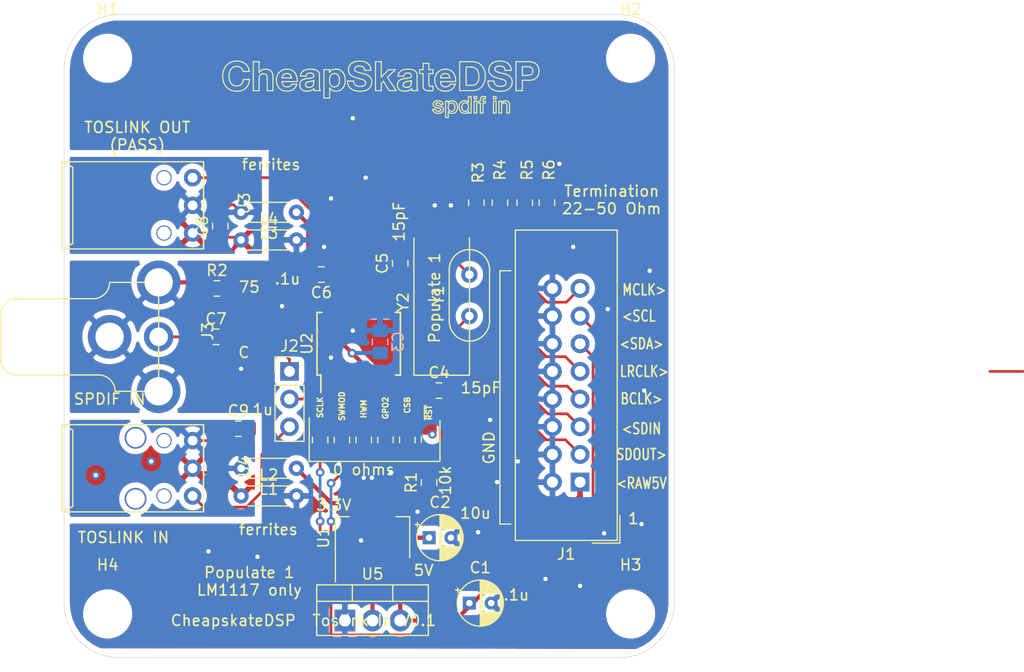
<source format=kicad_pcb>
(kicad_pcb (version 20171130) (host pcbnew "(5.1.2-1)-1")
  (layers (0 F.Cu signal) (31 B.Cu signal) (34 B.Paste user) (35 F.Paste user) (36 B.SilkS user) (37 F.SilkS user) (38 B.Mask user) (39 F.Mask user) (44 Edge.Cuts user))
  (net 0 "")
  (net 1 GND)
  (net 2 /RAW5V)
  (net 3 +3V3)
  (net 4 "Net-(C4-Pad2)")
  (net 5 /XOP)
  (net 6 "Net-(C5-Pad2)")
  (net 7 /XIN)
  (net 8 "Net-(C7-Pad2)")
  (net 9 "Net-(C7-Pad1)")
  (net 10 "Net-(C9-Pad1)")
  (net 11 /MCLK)
  (net 12 /SCL)
  (net 13 /SDA)
  (net 14 /LRCLK)
  (net 15 /BCLK)
  (net 16 /SD_FROM_DSP)
  (net 17 /SD_TO_DSP)
  (net 18 /RX0)
  (net 19 /~RESET)
  (net 20 /GPO2)
  (net 21 "Net-(U2-Pad17)")
  (net 22 "Net-(U2-Pad9)")
  (net 23 "Net-(J1-Pad15)")
  (net 24 "Net-(J1-Pad9)")
  (net 25 "Net-(J1-Pad7)")
  (net 26 "Net-(J1-Pad3)")
  (net 27 /TOSIN_3V3)
  (net 28 /TOSIN_GND)
  (net 29 /TOUT_VCC)
  (net 30 /TOUT_GND)
  (net 31 /COAXIN_DATA)
  (net 32 /SCLK)
  (net 33 /SWIFMODE)
  (net 34 /HWMODE)
  (net 35 /CSB)
  (net 36 /~RESETB)
  (net 37 "Net-(R10-Pad2)")
  (module MountingHole:MountingHole_3.5mm (layer F.Cu) (at 43 101)
    (fp_text reference H4 (at 0 -4.5) (layer F.SilkS))
    (fp_text value MountingHole)
    (pad 1 np_thru_hole circle (at 0 0) (size 3.5 3.5) (drill 3.5) (layers *.Cu *.Mask))
  )
  (module MountingHole:MountingHole_3.5mm (layer F.Cu) (at 91 101)
    (fp_text reference H3 (at 0 -4.5) (layer F.SilkS))
    (fp_text value MountingHole)
    (pad 1 np_thru_hole circle (at 0 0) (size 3.5 3.5) (drill 3.5) (layers *.Cu *.Mask))
  )
  (module MountingHole:MountingHole_3.5mm (layer F.Cu) (at 91 50)
    (fp_text reference H2 (at 0 -4.5) (layer F.SilkS))
    (fp_text value MountingHole)
    (pad 1 np_thru_hole circle (at 0 0) (size 3.5 3.5) (drill 3.5) (layers *.Cu *.Mask))
  )
  (module MountingHole:MountingHole_3.5mm (layer F.Cu) (at 43 50)
    (fp_text reference H1 (at 0 -4.5) (layer F.SilkS))
    (fp_text value MountingHole)
    (pad 1 np_thru_hole circle (at 0 0) (size 3.5 3.5) (drill 3.5) (layers *.Cu *.Mask))
  )
  (module Package_TO_SOT_THT:TO-220-3_Vertical (layer F.Cu) (at 64.77 101.6)
    (fp_text reference U5 (at 2.54 -4.27) (layer F.SilkS))
    (fp_text value LM1117-3.3)
    (pad 3 thru_hole oval (at 5.08 0) (size 1.905 2) (drill 1.1) (layers *.Cu *.Mask) (net 2 /RAW5V))
    (pad 2 thru_hole oval (at 2.54 0) (size 1.905 2) (drill 1.1) (layers *.Cu *.Mask) (net 3 +3V3))
    (pad 1 thru_hole rect (at 0 0) (size 1.905 2) (drill 1.1) (layers *.Cu *.Mask) (net 1 GND))
  )
  (module Resistor_SMD:R_0805_2012Metric_Pad1.15x1.40mm_HandSolder (layer F.Cu) (at 72.5 85 270)
    (fp_text reference R12 hide)
    (fp_text value 0 hide)
    (pad 2 smd roundrect (at 1.025 0 270) (size 1.15 1.4) (layers F.Cu F.Paste F.Mask) (roundrect_rratio 0.217391) (net 19 /~RESET))
    (pad 1 smd roundrect (at -1.025 0 270) (size 1.15 1.4) (layers F.Cu F.Paste F.Mask) (roundrect_rratio 0.217391) (net 36 /~RESETB))
  )
  (module Resistor_SMD:R_0805_2012Metric_Pad1.15x1.40mm_HandSolder (layer F.Cu) (at 70.5 85.025 270)
    (fp_text reference R11 hide)
    (fp_text value 0 hide)
    (pad 2 smd roundrect (at 1.025 0 270) (size 1.15 1.4) (layers F.Cu F.Paste F.Mask) (roundrect_rratio 0.217391) (net 1 GND))
    (pad 1 smd roundrect (at -1.025 0 270) (size 1.15 1.4) (layers F.Cu F.Paste F.Mask) (roundrect_rratio 0.217391) (net 35 /CSB))
  )
  (module Resistor_SMD:R_0805_2012Metric_Pad1.15x1.40mm_HandSolder (layer F.Cu) (at 68.5 85.025 270)
    (fp_text reference R10 hide)
    (fp_text value 0 hide)
    (pad 2 smd roundrect (at 1.025 0 270) (size 1.15 1.4) (layers F.Cu F.Paste F.Mask) (roundrect_rratio 0.217391) (net 37 "Net-(R10-Pad2)"))
    (pad 1 smd roundrect (at -1.025 0 270) (size 1.15 1.4) (layers F.Cu F.Paste F.Mask) (roundrect_rratio 0.217391) (net 20 /GPO2))
  )
  (module Resistor_SMD:R_0805_2012Metric_Pad1.15x1.40mm_HandSolder (layer F.Cu) (at 66.5 85.025 270)
    (fp_text reference R9 hide)
    (fp_text value 0 hide)
    (pad 2 smd roundrect (at 1.025 0 270) (size 1.15 1.4) (layers F.Cu F.Paste F.Mask) (roundrect_rratio 0.217391) (net 13 /SDA))
    (pad 1 smd roundrect (at -1.025 0 270) (size 1.15 1.4) (layers F.Cu F.Paste F.Mask) (roundrect_rratio 0.217391) (net 34 /HWMODE))
  )
  (module Resistor_SMD:R_0805_2012Metric_Pad1.15x1.40mm_HandSolder (layer F.Cu) (at 64.5 85.025 270)
    (fp_text reference R8 hide)
    (fp_text value 0 hide)
    (pad 2 smd roundrect (at 1.025 0 270) (size 1.15 1.4) (layers F.Cu F.Paste F.Mask) (roundrect_rratio 0.217391) (net 1 GND))
    (pad 1 smd roundrect (at -1.025 0 270) (size 1.15 1.4) (layers F.Cu F.Paste F.Mask) (roundrect_rratio 0.217391) (net 33 /SWIFMODE))
  )
  (module Resistor_SMD:R_0805_2012Metric_Pad1.15x1.40mm_HandSolder (layer F.Cu) (at 62.5 85.025 270)
    (fp_text reference R7 hide)
    (fp_text value 0 hide)
    (pad 2 smd roundrect (at 1.025 0 270) (size 1.15 1.4) (layers F.Cu F.Paste F.Mask) (roundrect_rratio 0.217391) (net 12 /SCL))
    (pad 1 smd roundrect (at -1.025 0 270) (size 1.15 1.4) (layers F.Cu F.Paste F.Mask) (roundrect_rratio 0.217391) (net 32 /SCLK))
  )
  (module spdif:RCJ-017-RCA (layer F.Cu) (at 47.68 75.565 90)
    (fp_text reference J3 (at 0.5 4.5 90) (layer F.SilkS))
    (fp_text value Conn_Coaxial)
    (pad 1 thru_hole circle (at 0 0 90) (size 2.7 2.7) (drill 1.7) (layers *.Cu *.Mask) (net 9 "Net-(C7-Pad1)"))
    (pad 2 thru_hole circle (at 5 0 90) (size 4 4) (drill 2.6) (layers *.Cu *.Mask) (net 1 GND))
    (pad 2 thru_hole circle (at -5 0 90) (size 4 4) (drill 2.6) (layers *.Cu *.Mask) (net 1 GND))
    (pad 2 thru_hole circle (at 0 -4.5 90) (size 4 4) (drill 2.6) (layers *.Cu *.Mask) (net 1 GND))
  )
  (module spdif:PLT133-T10 (layer F.Cu) (at 50.8 63.5 90)
    (fp_text reference U3 (at 0.1778 4.7498 90) (layer F.SilkS))
    (fp_text value PLT135_T8)
    (pad 5 thru_hole circle (at 2.54 -2.63 90) (size 1.4 1.4) (drill 1.2) (layers *.Cu *.Mask))
    (pad 4 thru_hole circle (at -2.54 -2.63 90) (size 1.4 1.4) (drill 1.2) (layers *.Cu *.Mask))
    (pad 1 thru_hole circle (at 2.54 0 90) (size 1.6 1.6) (drill 0.9) (layers *.Cu *.Mask) (net 21 "Net-(U2-Pad17)"))
    (pad 2 thru_hole circle (at 0 0 90) (size 1.6 1.6) (drill 0.9) (layers *.Cu *.Mask) (net 29 /TOUT_VCC))
    (pad 3 thru_hole circle (at -2.54 0 90) (size 1.6 1.6) (drill 0.9) (layers *.Cu *.Mask) (net 30 /TOUT_GND))
  )
  (module Resistor_THT:R_Axial_DIN0204_L3.6mm_D1.6mm_P5.08mm_Horizontal (layer F.Cu) (at 55.245 66.675)
    (fp_text reference L4 (at 2.54 -1.92) (layer F.SilkS))
    (fp_text value 47uH)
    (pad 2 thru_hole oval (at 5.08 0) (size 1.4 1.4) (drill 0.7) (layers *.Cu *.Mask) (net 1 GND))
    (pad 1 thru_hole circle (at 0 0) (size 1.4 1.4) (drill 0.7) (layers *.Cu *.Mask) (net 30 /TOUT_GND))
  )
  (module Resistor_THT:R_Axial_DIN0204_L3.6mm_D1.6mm_P5.08mm_Horizontal (layer F.Cu) (at 60.325 64.135 180)
    (fp_text reference L3 (at 2.54 -1.92) (layer F.SilkS))
    (fp_text value 47uH)
    (pad 2 thru_hole oval (at 5.08 0 180) (size 1.4 1.4) (drill 0.7) (layers *.Cu *.Mask) (net 29 /TOUT_VCC))
    (pad 1 thru_hole circle (at 0 0 180) (size 1.4 1.4) (drill 0.7) (layers *.Cu *.Mask) (net 3 +3V3))
  )
  (module Resistor_THT:R_Axial_DIN0204_L3.6mm_D1.6mm_P5.08mm_Horizontal (layer F.Cu) (at 55.245 90.17)
    (fp_text reference L2 (at 2.54 -1.92) (layer F.SilkS))
    (fp_text value 47uH)
    (pad 2 thru_hole oval (at 5.08 0) (size 1.4 1.4) (drill 0.7) (layers *.Cu *.Mask) (net 1 GND))
    (pad 1 thru_hole circle (at 0 0) (size 1.4 1.4) (drill 0.7) (layers *.Cu *.Mask) (net 28 /TOSIN_GND))
  )
  (module Resistor_SMD:R_0805_2012Metric_Pad1.15x1.40mm_HandSolder (layer F.Cu) (at 81.28 63.255 90)
    (fp_text reference R5 (at 3.005 0.22 90) (layer F.SilkS))
    (fp_text value 22)
    (pad 2 smd roundrect (at 1.025 0 90) (size 1.15 1.4) (layers F.Cu F.Paste F.Mask) (roundrect_rratio 0.217391) (net 14 /LRCLK))
    (pad 1 smd roundrect (at -1.025 0 90) (size 1.15 1.4) (layers F.Cu F.Paste F.Mask) (roundrect_rratio 0.217391) (net 24 "Net-(J1-Pad9)"))
  )
  (module Resistor_SMD:R_0805_2012Metric_Pad1.15x1.40mm_HandSolder (layer F.Cu) (at 83.312 63.255 90)
    (fp_text reference R6 (at 3.005 0.188 90) (layer F.SilkS))
    (fp_text value 22)
    (pad 2 smd roundrect (at 1.025 0 90) (size 1.15 1.4) (layers F.Cu F.Paste F.Mask) (roundrect_rratio 0.217391) (net 11 /MCLK))
    (pad 1 smd roundrect (at -1.025 0 90) (size 1.15 1.4) (layers F.Cu F.Paste F.Mask) (roundrect_rratio 0.217391) (net 23 "Net-(J1-Pad15)"))
  )
  (module Resistor_SMD:R_0805_2012Metric_Pad1.15x1.40mm_HandSolder (layer F.Cu) (at 79 63.255 90)
    (fp_text reference R4 (at 3.005 0 90) (layer F.SilkS))
    (fp_text value 22)
    (pad 2 smd roundrect (at 1.025 0 90) (size 1.15 1.4) (layers F.Cu F.Paste F.Mask) (roundrect_rratio 0.217391) (net 15 /BCLK))
    (pad 1 smd roundrect (at -1.025 0 90) (size 1.15 1.4) (layers F.Cu F.Paste F.Mask) (roundrect_rratio 0.217391) (net 25 "Net-(J1-Pad7)"))
  )
  (module Resistor_SMD:R_0805_2012Metric_Pad1.15x1.40mm_HandSolder (layer F.Cu) (at 76.835 63.255 90)
    (fp_text reference R3 (at 2.755 0.165 90) (layer F.SilkS))
    (fp_text value 22)
    (pad 2 smd roundrect (at 1.025 0 90) (size 1.15 1.4) (layers F.Cu F.Paste F.Mask) (roundrect_rratio 0.217391) (net 17 /SD_TO_DSP))
    (pad 1 smd roundrect (at -1.025 0 90) (size 1.15 1.4) (layers F.Cu F.Paste F.Mask) (roundrect_rratio 0.217391) (net 26 "Net-(J1-Pad3)"))
  )
  (module Crystal:Crystal_SMD_HC49-SD (layer F.Cu) (at 73.66 72.39 90)
    (fp_text reference Y2 (at 0 -3.55 90) (layer F.SilkS))
    (fp_text value 12.288MHz)
    (pad 2 smd rect (at 4.25 0 90) (size 4.5 2) (layers F.Cu F.Paste F.Mask) (net 6 "Net-(C5-Pad2)"))
    (pad 1 smd rect (at -4.25 0 90) (size 4.5 2) (layers F.Cu F.Paste F.Mask) (net 4 "Net-(C4-Pad2)"))
  )
  (module Crystal:Crystal_HC52-8mm_Vertical (layer F.Cu) (at 76.2 73.66 90)
    (fp_text reference Y1 (at 1.9 -2.85 90) (layer F.SilkS))
    (fp_text value 12.288MHz)
    (pad 2 thru_hole circle (at 3.8 0 90) (size 1.5 1.5) (drill 0.8) (layers *.Cu *.Mask) (net 6 "Net-(C5-Pad2)"))
    (pad 1 thru_hole circle (at 0 0 90) (size 1.5 1.5) (drill 0.8) (layers *.Cu *.Mask) (net 4 "Net-(C4-Pad2)"))
  )
  (module spdif:PLR135-T8 (layer F.Cu) (at 50.8 87.63 90)
    (fp_text reference U4 (at 0.1778 4.7498 90) (layer F.SilkS))
    (fp_text value PLR135_T8)
    (pad 7 thru_hole circle (at 2.8 -5.24 90) (size 2 2) (drill 1.7) (layers *.Cu *.Mask))
    (pad 6 thru_hole circle (at -2.8 -5.24 90) (size 2 2) (drill 1.7) (layers *.Cu *.Mask))
    (pad 5 thru_hole circle (at 2.54 -2.63 90) (size 1.4 1.4) (drill 1.2) (layers *.Cu *.Mask))
    (pad 4 thru_hole circle (at -2.54 -2.63 90) (size 1.4 1.4) (drill 1.2) (layers *.Cu *.Mask))
    (pad 3 thru_hole circle (at 2.54 0 90) (size 1.6 1.6) (drill 0.9) (layers *.Cu *.Mask) (net 27 /TOSIN_3V3))
    (pad 2 thru_hole circle (at 0 0 90) (size 1.6 1.6) (drill 0.9) (layers *.Cu *.Mask) (net 28 /TOSIN_GND))
    (pad 1 thru_hole circle (at -2.54 0 90) (size 1.6 1.6) (drill 0.9) (layers *.Cu *.Mask) (net 31 /COAXIN_DATA))
  )
  (module Package_SO:SSOP-20_5.3x7.2mm_P0.65mm (layer F.Cu) (at 66.04 76.2 90)
    (fp_text reference U2 (at 0 -4.75 90) (layer F.SilkS))
    (fp_text value wm8804)
    (pad 20 smd rect (at 3.6 -2.925 90) (size 1.75 0.45) (layers F.Cu F.Paste F.Mask) (net 18 /RX0))
    (pad 19 smd rect (at 3.6 -2.275 90) (size 1.75 0.45) (layers F.Cu F.Paste F.Mask) (net 3 +3V3))
    (pad 18 smd rect (at 3.6 -1.625 90) (size 1.75 0.45) (layers F.Cu F.Paste F.Mask) (net 1 GND))
    (pad 17 smd rect (at 3.6 -0.975 90) (size 1.75 0.45) (layers F.Cu F.Paste F.Mask) (net 21 "Net-(U2-Pad17)"))
    (pad 16 smd rect (at 3.6 -0.325 90) (size 1.75 0.45) (layers F.Cu F.Paste F.Mask) (net 11 /MCLK))
    (pad 15 smd rect (at 3.6 0.325 90) (size 1.75 0.45) (layers F.Cu F.Paste F.Mask) (net 14 /LRCLK))
    (pad 14 smd rect (at 3.6 0.975 90) (size 1.75 0.45) (layers F.Cu F.Paste F.Mask) (net 15 /BCLK))
    (pad 13 smd rect (at 3.6 1.625 90) (size 1.75 0.45) (layers F.Cu F.Paste F.Mask) (net 16 /SD_FROM_DSP))
    (pad 12 smd rect (at 3.6 2.275 90) (size 1.75 0.45) (layers F.Cu F.Paste F.Mask) (net 17 /SD_TO_DSP))
    (pad 11 smd rect (at 3.6 2.925 90) (size 1.75 0.45) (layers F.Cu F.Paste F.Mask) (net 7 /XIN))
    (pad 10 smd rect (at -3.6 2.925 90) (size 1.75 0.45) (layers F.Cu F.Paste F.Mask) (net 5 /XOP))
    (pad 9 smd rect (at -3.6 2.275 90) (size 1.75 0.45) (layers F.Cu F.Paste F.Mask) (net 22 "Net-(U2-Pad9)"))
    (pad 8 smd rect (at -3.6 1.625 90) (size 1.75 0.45) (layers F.Cu F.Paste F.Mask) (net 1 GND))
    (pad 7 smd rect (at -3.6 0.975 90) (size 1.75 0.45) (layers F.Cu F.Paste F.Mask) (net 3 +3V3))
    (pad 6 smd rect (at -3.6 0.325 90) (size 1.75 0.45) (layers F.Cu F.Paste F.Mask) (net 36 /~RESETB))
    (pad 5 smd rect (at -3.6 -0.325 90) (size 1.75 0.45) (layers F.Cu F.Paste F.Mask) (net 35 /CSB))
    (pad 4 smd rect (at -3.6 -0.975 90) (size 1.75 0.45) (layers F.Cu F.Paste F.Mask) (net 20 /GPO2))
    (pad 3 smd rect (at -3.6 -1.625 90) (size 1.75 0.45) (layers F.Cu F.Paste F.Mask) (net 34 /HWMODE))
    (pad 2 smd rect (at -3.6 -2.275 90) (size 1.75 0.45) (layers F.Cu F.Paste F.Mask) (net 33 /SWIFMODE))
    (pad 1 smd rect (at -3.6 -2.925 90) (size 1.75 0.45) (layers F.Cu F.Paste F.Mask) (net 32 /SCLK))
  )
  (module Package_TO_SOT_SMD:SOT-223-3_TabPin2 (layer F.Cu) (at 67.31 93.98 90)
    (fp_text reference U1 (at 0 -4.5 90) (layer F.SilkS))
    (fp_text value LD1117S12TR_SOT223)
    (pad 1 smd rect (at -3.15 -2.3 90) (size 2 1.5) (layers F.Cu F.Paste F.Mask) (net 1 GND))
    (pad 3 smd rect (at -3.15 2.3 90) (size 2 1.5) (layers F.Cu F.Paste F.Mask) (net 2 /RAW5V))
    (pad 2 smd rect (at -3.15 0 90) (size 2 1.5) (layers F.Cu F.Paste F.Mask) (net 3 +3V3))
    (pad 2 smd rect (at 3.15 0 90) (size 2 3.8) (layers F.Cu F.Paste F.Mask) (net 3 +3V3))
  )
  (module Resistor_SMD:R_0805_2012Metric (layer F.Cu) (at 53.0375 71.12)
    (fp_text reference R2 (at 0 -1.65) (layer F.SilkS))
    (fp_text value 75 (at 2.9625 -0.12) (layer F.SilkS))
    (pad 2 smd roundrect (at 0.9375 0) (size 0.975 1.4) (layers F.Cu F.Paste F.Mask) (net 9 "Net-(C7-Pad1)"))
    (pad 1 smd roundrect (at -0.9375 0) (size 0.975 1.4) (layers F.Cu F.Paste F.Mask) (net 1 GND))
  )
  (module Resistor_SMD:R_0805_2012Metric (layer F.Cu) (at 72.5 88.9375 90)
    (fp_text reference R1 (at 0 -1.65 90) (layer F.SilkS))
    (fp_text value 10k (at 0.1875 1.5 90) (layer F.SilkS))
    (pad 2 smd roundrect (at 0.9375 0 90) (size 0.975 1.4) (layers F.Cu F.Paste F.Mask) (net 19 /~RESET))
    (pad 1 smd roundrect (at -0.9375 0 90) (size 0.975 1.4) (layers F.Cu F.Paste F.Mask) (net 3 +3V3))
  )
  (module Resistor_THT:R_Axial_DIN0204_L3.6mm_D1.6mm_P5.08mm_Horizontal (layer F.Cu) (at 60.325 87.63 180)
    (fp_text reference L1 (at 2.54 -1.92) (layer F.SilkS))
    (fp_text value 47uH)
    (pad 2 thru_hole oval (at 5.08 0 180) (size 1.4 1.4) (drill 0.7) (layers *.Cu *.Mask) (net 27 /TOSIN_3V3))
    (pad 1 thru_hole circle (at 0 0 180) (size 1.4 1.4) (drill 0.7) (layers *.Cu *.Mask) (net 3 +3V3))
  )
  (module Connector_PinHeader_2.54mm:PinHeader_1x03_P2.54mm_Vertical (layer F.Cu) (at 59.69 78.74)
    (fp_text reference J2 (at 0 -2.33) (layer F.SilkS))
    (fp_text value Conn_01x03_Male)
    (pad 3 thru_hole oval (at 0 5.08) (size 1.7 1.7) (drill 1) (layers *.Cu *.Mask) (net 31 /COAXIN_DATA))
    (pad 2 thru_hole oval (at 0 2.54) (size 1.7 1.7) (drill 1) (layers *.Cu *.Mask) (net 18 /RX0))
    (pad 1 thru_hole rect (at 0 0) (size 1.7 1.7) (drill 1) (layers *.Cu *.Mask) (net 8 "Net-(C7-Pad2)"))
  )
  (module Connector_IDC:IDC-Header_2x08_P2.54mm_Vertical (layer F.Cu) (at 86.36 88.9 180)
    (fp_text reference J1 (at 1.27 -6.604) (layer F.SilkS))
    (fp_text value Conn_02x08_Odd_Even)
    (pad 16 thru_hole oval (at 2.54 17.78 180) (size 1.7272 1.7272) (drill 1.016) (layers *.Cu *.Mask) (net 1 GND))
    (pad 15 thru_hole oval (at 0 17.78 180) (size 1.7272 1.7272) (drill 1.016) (layers *.Cu *.Mask) (net 23 "Net-(J1-Pad15)"))
    (pad 14 thru_hole oval (at 2.54 15.24 180) (size 1.7272 1.7272) (drill 1.016) (layers *.Cu *.Mask) (net 1 GND))
    (pad 13 thru_hole oval (at 0 15.24 180) (size 1.7272 1.7272) (drill 1.016) (layers *.Cu *.Mask) (net 12 /SCL))
    (pad 12 thru_hole oval (at 2.54 12.7 180) (size 1.7272 1.7272) (drill 1.016) (layers *.Cu *.Mask) (net 1 GND))
    (pad 11 thru_hole oval (at 0 12.7 180) (size 1.7272 1.7272) (drill 1.016) (layers *.Cu *.Mask) (net 13 /SDA))
    (pad 10 thru_hole oval (at 2.54 10.16 180) (size 1.7272 1.7272) (drill 1.016) (layers *.Cu *.Mask) (net 1 GND))
    (pad 9 thru_hole oval (at 0 10.16 180) (size 1.7272 1.7272) (drill 1.016) (layers *.Cu *.Mask) (net 24 "Net-(J1-Pad9)"))
    (pad 8 thru_hole oval (at 2.54 7.62 180) (size 1.7272 1.7272) (drill 1.016) (layers *.Cu *.Mask) (net 1 GND))
    (pad 7 thru_hole oval (at 0 7.62 180) (size 1.7272 1.7272) (drill 1.016) (layers *.Cu *.Mask) (net 25 "Net-(J1-Pad7)"))
    (pad 6 thru_hole oval (at 2.54 5.08 180) (size 1.7272 1.7272) (drill 1.016) (layers *.Cu *.Mask) (net 1 GND))
    (pad 5 thru_hole oval (at 0 5.08 180) (size 1.7272 1.7272) (drill 1.016) (layers *.Cu *.Mask) (net 16 /SD_FROM_DSP))
    (pad 4 thru_hole oval (at 2.54 2.54 180) (size 1.7272 1.7272) (drill 1.016) (layers *.Cu *.Mask) (net 1 GND))
    (pad 3 thru_hole oval (at 0 2.54 180) (size 1.7272 1.7272) (drill 1.016) (layers *.Cu *.Mask) (net 26 "Net-(J1-Pad3)"))
    (pad 2 thru_hole oval (at 2.54 0 180) (size 1.7272 1.7272) (drill 1.016) (layers *.Cu *.Mask) (net 1 GND))
    (pad 1 thru_hole rect (at 0 0 180) (size 1.7272 1.7272) (drill 1.016) (layers *.Cu *.Mask) (net 2 /RAW5V))
  )
  (module Capacitor_SMD:C_0805_2012Metric_Pad1.15x1.40mm_HandSolder (layer F.Cu) (at 55 84)
    (fp_text reference C9 (at 0 -1.65) (layer F.SilkS))
    (fp_text value .1u (at 2 -1.75) (layer F.SilkS))
    (pad 2 smd roundrect (at 1.025 0) (size 1.15 1.4) (layers F.Cu F.Paste F.Mask) (roundrect_rratio 0.217391) (net 28 /TOSIN_GND))
    (pad 1 smd roundrect (at -1.025 0) (size 1.15 1.4) (layers F.Cu F.Paste F.Mask) (roundrect_rratio 0.217391) (net 27 /TOSIN_3V3))
  )
  (module Capacitor_SMD:C_0805_2012Metric_Pad1.15x1.40mm_HandSolder (layer F.Cu) (at 53.34 65.405 90)
    (fp_text reference C8 (at 0 -1.65 90) (layer F.SilkS))
    (fp_text value .1u)
    (pad 2 smd roundrect (at 1.025 0 90) (size 1.15 1.4) (layers F.Cu F.Paste F.Mask) (roundrect_rratio 0.217391) (net 29 /TOUT_VCC))
    (pad 1 smd roundrect (at -1.025 0 90) (size 1.15 1.4) (layers F.Cu F.Paste F.Mask) (roundrect_rratio 0.217391) (net 30 /TOUT_GND))
  )
  (module Capacitor_SMD:C_0805_2012Metric_Pad1.15x1.40mm_HandSolder (layer F.Cu) (at 52.95 75.565)
    (fp_text reference C7 (at 0 -1.65) (layer F.SilkS))
    (fp_text value C (at 2.55 1.435) (layer F.SilkS))
    (pad 2 smd roundrect (at 1.025 0) (size 1.15 1.4) (layers F.Cu F.Paste F.Mask) (roundrect_rratio 0.217391) (net 8 "Net-(C7-Pad2)"))
    (pad 1 smd roundrect (at -1.025 0) (size 1.15 1.4) (layers F.Cu F.Paste F.Mask) (roundrect_rratio 0.217391) (net 9 "Net-(C7-Pad1)"))
  )
  (module Capacitor_SMD:C_0805_2012Metric_Pad1.15x1.40mm_HandSolder (layer F.Cu) (at 62.62 69.85 180)
    (fp_text reference C6 (at 0 -1.65) (layer F.SilkS))
    (fp_text value .1u (at 3.12 -0.4) (layer F.SilkS))
    (pad 2 smd roundrect (at 1.025 0 180) (size 1.15 1.4) (layers F.Cu F.Paste F.Mask) (roundrect_rratio 0.217391) (net 1 GND))
    (pad 1 smd roundrect (at -1.025 0 180) (size 1.15 1.4) (layers F.Cu F.Paste F.Mask) (roundrect_rratio 0.217391) (net 3 +3V3))
  )
  (module Capacitor_SMD:C_0805_2012Metric_Pad1.15x1.40mm_HandSolder (layer F.Cu) (at 69.85 68.825 90)
    (fp_text reference C5 (at 0 -1.65 90) (layer F.SilkS))
    (fp_text value 15pF (at 3.825 -0.1 90) (layer F.SilkS))
    (pad 2 smd roundrect (at 1.025 0 90) (size 1.15 1.4) (layers F.Cu F.Paste F.Mask) (roundrect_rratio 0.217391) (net 6 "Net-(C5-Pad2)"))
    (pad 1 smd roundrect (at -1.025 0 90) (size 1.15 1.4) (layers F.Cu F.Paste F.Mask) (roundrect_rratio 0.217391) (net 7 /XIN))
  )
  (module Capacitor_SMD:C_0805_2012Metric_Pad1.15x1.40mm_HandSolder (layer F.Cu) (at 73.415 80.5)
    (fp_text reference C4 (at 0 -1.65) (layer F.SilkS))
    (fp_text value 15pF (at 3.835 -0.25) (layer F.SilkS))
    (pad 2 smd roundrect (at 1.025 0) (size 1.15 1.4) (layers F.Cu F.Paste F.Mask) (roundrect_rratio 0.217391) (net 4 "Net-(C4-Pad2)"))
    (pad 1 smd roundrect (at -1.025 0) (size 1.15 1.4) (layers F.Cu F.Paste F.Mask) (roundrect_rratio 0.217391) (net 5 /XOP))
  )
  (module Capacitor_SMD:C_0805_2012Metric_Pad1.15x1.40mm_HandSolder (layer B.Cu) (at 68 76.025 90)
    (fp_text reference C3 (at 0 1.65 90) (layer B.SilkS) (effects (justify mirror)))
    (fp_text value 1u)
    (pad 2 smd roundrect (at 1.025 0 90) (size 1.15 1.4) (layers B.Cu B.Paste B.Mask) (roundrect_rratio 0.217391) (net 1 GND))
    (pad 1 smd roundrect (at -1.025 0 90) (size 1.15 1.4) (layers B.Cu B.Paste B.Mask) (roundrect_rratio 0.217391) (net 3 +3V3))
  )
  (module Capacitor_THT:CP_Radial_D4.0mm_P2.00mm (layer F.Cu) (at 72.5 94)
    (fp_text reference C2 (at 1 -3.25) (layer F.SilkS))
    (fp_text value 10u (at 4.25 -2.25) (layer F.SilkS))
    (pad 2 thru_hole circle (at 2 0) (size 1.2 1.2) (drill 0.6) (layers *.Cu *.Mask) (net 1 GND))
    (pad 1 thru_hole rect (at 0 0) (size 1.2 1.2) (drill 0.6) (layers *.Cu *.Mask) (net 3 +3V3))
  )
  (module Capacitor_THT:CP_Radial_D4.0mm_P2.00mm (layer F.Cu) (at 76.2 100)
    (fp_text reference C1 (at 1 -3.25) (layer F.SilkS))
    (fp_text value .1u (at 4.3 -0.75) (layer F.SilkS))
    (pad 2 thru_hole circle (at 2 0) (size 1.2 1.2) (drill 0.6) (layers *.Cu *.Mask) (net 1 GND))
    (pad 1 thru_hole rect (at 0 0) (size 1.2 1.2) (drill 0.6) (layers *.Cu *.Mask) (net 2 /RAW5V))
  )
  (gr_text 3.3V (at 63.75 91) (layer F.SilkS) (effects (font (size 1 1))))
  (gr_line (start 79 69.5) (end 80 69.5) (layer F.SilkS) (width 0.12))
  (gr_line (start 79 92.75) (end 79 69.5) (layer F.SilkS) (width 0.12))
  (gr_line (start 80 92.75) (end 79 92.75) (layer F.SilkS) (width 0.12))
  (gr_line (start 61.5 86.25) (end 61.5 83) (layer F.SilkS) (width 0.12))
  (gr_line (start 73.5 84.5) (end 73.5 83.25) (layer F.SilkS) (width 0.12))
  (gr_line (start 73.5 86.5) (end 73.5 84.5) (layer F.SilkS) (width 0.12))
  (gr_text <RAW5V (at 92 89) (layer F.SilkS) (effects (font (size 1 0.762))))
  (gr_line (start 73.5 86.75) (end 73.5 86.5) (layer F.SilkS) (width 0.12))
  (gr_line (start 73.5 86.75) (end 73.5 87) (layer F.SilkS) (width 0.12))
  (gr_line (start 61.5 87) (end 61.5 86.25) (layer F.SilkS) (width 0.12))
  (gr_line (start 73.5 87) (end 61.5 87) (layer F.SilkS) (width 0.12))
  (gr_text "0 ohms" (at 66.5 87.75) (layer F.SilkS) (effects (font (size 1 1))))
  (gr_text ferrites (at 58 59.75) (layer F.SilkS) (effects (font (size 1 1))))
  (gr_text ferrites (at 57.75 93.25) (layer F.SilkS) (effects (font (size 1 1))))
  (gr_text "Termination\n22-50 Ohm" (at 89.25 63) (layer F.SilkS) (effects (font (size 1 1))))
  (gr_text ~RST (at 72.5 81.75 90) (layer F.SilkS) (effects (font (size 0.508 0.508) (thickness 0.127)) (justify right)))
  (gr_text CSB (at 70.5 81 90) (layer F.SilkS) (effects (font (size 0.508 0.508) (thickness 0.127)) (justify right)))
  (gr_text GPO2 (at 68.5 81 90) (layer F.SilkS) (effects (font (size 0.508 0.508) (thickness 0.127)) (justify right)))
  (gr_text HWM (at 66.5 81.25 90) (layer F.SilkS) (effects (font (size 0.508 0.508) (thickness 0.127)) (justify right)))
  (gr_text SWMOD (at 64.5 80.5 90) (layer F.SilkS) (effects (font (size 0.508 0.508) (thickness 0.127)) (justify right)))
  (gr_text SCLK (at 62.5 81 90) (layer F.SilkS) (effects (font (size 0.508 0.508) (thickness 0.127)) (justify right)))
  (gr_text "GND\n" (at 78 85.75 90) (layer F.SilkS) (effects (font (size 1 1))))
  (gr_text 5V (at 72 97) (layer F.SilkS) (effects (font (size 1 1))))
  (gr_text "Populate 1\nLM1117 only" (at 56 98) (layer F.SilkS) (effects (font (size 1 1))))
  (gr_text "Populate 1" (at 73 72 90) (layer F.SilkS) (effects (font (size 1 1))))
  (gr_line (start 62.506305 52.972561) (end 61.970607 52.972561) (layer F.SilkS) (width 0.1))
  (gr_curve (pts (xy 61.323305 51.417543) (xy 61.263783 51.462186) (xy 61.229062 51.536589) (xy 61.219141 51.640753)) (layer F.SilkS) (width 0.1))
  (gr_curve (pts (xy 61.568833 51.350582) (xy 61.46467 51.350582) (xy 61.382827 51.372902) (xy 61.323305 51.417543)) (layer F.SilkS) (width 0.1))
  (gr_curve (pts (xy 61.699038 51.361745) (xy 61.659356 51.354303) (xy 61.615955 51.350582) (xy 61.568833 51.350582)) (layer F.SilkS) (width 0.1))
  (gr_curve (pts (xy 61.806922 51.398946) (xy 61.77716 51.379105) (xy 61.741199 51.366705) (xy 61.699038 51.361745)) (layer F.SilkS) (width 0.1))
  (gr_curve (pts (xy 59.056932 52.950236) (xy 59.178456 52.997357) (xy 59.314861 53.020917) (xy 59.466146 53.020917)) (layer F.SilkS) (width 0.1))
  (gr_curve (pts (xy 58.748161 52.741909) (xy 58.832484 52.831191) (xy 58.935408 52.900633) (xy 59.056932 52.950236)) (layer F.SilkS) (width 0.1))
  (gr_curve (pts (xy 58.550995 52.421977) (xy 58.598116 52.545981) (xy 58.663838 52.652625) (xy 58.748161 52.741909)) (layer F.SilkS) (width 0.1))
  (gr_curve (pts (xy 58.484032 52.012763) (xy 58.484032 52.161568) (xy 58.506353 52.297973) (xy 58.550995 52.421977)) (layer F.SilkS) (width 0.1))
  (gr_curve (pts (xy 58.554715 51.610987) (xy 58.507593 51.734991) (xy 58.484032 51.868917) (xy 58.484032 52.012763)) (layer F.SilkS) (width 0.1))
  (gr_curve (pts (xy 60.835968 52.009049) (xy 60.89797 51.966886) (xy 60.967413 51.935884) (xy 61.044295 51.916044)) (layer F.SilkS) (width 0.1))
  (gr_curve (pts (xy 60.687163 52.180175) (xy 60.726844 52.108251) (xy 60.776446 52.051209) (xy 60.835968 52.009049)) (layer F.SilkS) (width 0.1))
  (gr_curve (pts (xy 60.631361 52.448023) (xy 60.631361 52.338899) (xy 60.649962 52.249616) (xy 60.687163 52.180175)) (layer F.SilkS) (width 0.1))
  (gr_curve (pts (xy 60.679722 52.704711) (xy 60.647481 52.632789) (xy 60.631361 52.547227) (xy 60.631361 52.448023)) (layer F.SilkS) (width 0.1))
  (gr_curve (pts (xy 60.821087 52.883277) (xy 60.761565 52.836156) (xy 60.714444 52.776634) (xy 60.679722 52.704711)) (layer F.SilkS) (width 0.1))
  (gr_curve (pts (xy 61.185659 52.302903) (xy 61.168299 52.335143) (xy 61.159619 52.376065) (xy 61.159619 52.425668)) (layer F.SilkS) (width 0.1))
  (gr_curve (pts (xy 61.252622 52.224781) (xy 61.225341 52.244622) (xy 61.20302 52.270662) (xy 61.185659 52.302903)) (layer F.SilkS) (width 0.1))
  (gr_curve (pts (xy 61.353065 52.172697) (xy 61.315864 52.185107) (xy 61.282383 52.202468) (xy 61.252622 52.224781)) (layer F.SilkS) (width 0.1))
  (gr_curve (pts (xy 61.472109 52.142937) (xy 61.432428 52.150379) (xy 61.392747 52.160299) (xy 61.353065 52.172697)) (layer F.SilkS) (width 0.1))
  (gr_curve (pts (xy 61.598594 52.12435) (xy 61.556432 52.129317) (xy 61.514271 52.135513) (xy 61.472109 52.142937)) (layer F.SilkS) (width 0.1))
  (gr_curve (pts (xy 61.717638 52.105763) (xy 61.680437 52.113204) (xy 61.640755 52.1194) (xy 61.598594 52.12435)) (layer F.SilkS) (width 0.1))
  (gr_curve (pts (xy 61.825521 52.079725) (xy 61.793281 52.089641) (xy 61.757319 52.098321) (xy 61.717638 52.105763)) (layer F.SilkS) (width 0.1))
  (gr_curve (pts (xy 61.911085 52.031364) (xy 61.888764 52.051204) (xy 61.860243 52.067324) (xy 61.825521 52.079725)) (layer F.SilkS) (width 0.1))
  (gr_curve (pts (xy 61.888764 51.019492) (xy 61.987967 51.031884) (xy 62.07849 51.057925) (xy 62.160333 51.097617)) (layer F.SilkS) (width 0.1))
  (gr_curve (pts (xy 61.594874 50.997167) (xy 61.691597 50.997167) (xy 61.78956 51.004609) (xy 61.888764 51.019492)) (layer F.SilkS) (width 0.1))
  (gr_curve (pts (xy 61.274943 51.030647) (xy 61.381586 51.008327) (xy 61.48823 50.997167) (xy 61.594874 50.997167)) (layer F.SilkS) (width 0.1))
  (gr_curve (pts (xy 60.992213 51.134812) (xy 61.076536 51.085209) (xy 61.170779 51.050488) (xy 61.274943 51.030647)) (layer F.SilkS) (width 0.1))
  (gr_curve (pts (xy 60.783886 51.331979) (xy 60.838447 51.250135) (xy 60.90789 51.184413) (xy 60.992213 51.134812)) (layer F.SilkS) (width 0.1))
  (gr_curve (pts (xy 60.690882 51.64075) (xy 60.698323 51.516746) (xy 60.729324 51.413822) (xy 60.783886 51.331979)) (layer F.SilkS) (width 0.1))
  (gr_line (start 60.366417 52.377336) (end 59.901401 52.377336) (layer F.SilkS) (width 0.1))
  (gr_curve (pts (xy 61.944566 52.883277) (xy 61.939606 52.851036) (xy 61.935886 52.818796) (xy 61.933406 52.786555)) (layer F.SilkS) (width 0.1))
  (gr_curve (pts (xy 61.970607 52.972561) (xy 61.960687 52.942801) (xy 61.952006 52.913039) (xy 61.944566 52.883277)) (layer F.SilkS) (width 0.1))
  (gr_line (start 62.439343 51.544031) (end 62.439343 52.544745) (layer F.SilkS) (width 0.1))
  (gr_curve (pts (xy 63.381349 51.785833) (xy 63.39623 51.711432) (xy 63.421031 51.64571) (xy 63.455752 51.588667)) (layer F.SilkS) (width 0.1))
  (gr_curve (pts (xy 63.359029 52.016483) (xy 63.359029 51.93712) (xy 63.366469 51.860237) (xy 63.381349 51.785833)) (layer F.SilkS) (width 0.1))
  (gr_curve (pts (xy 63.381349 52.243411) (xy 63.366469 52.169007) (xy 63.359029 52.093365) (xy 63.359029 52.016483)) (layer F.SilkS) (width 0.1))
  (gr_curve (pts (xy 62.454223 52.793995) (xy 62.464143 52.873357) (xy 62.481504 52.932879) (xy 62.506305 52.972561)) (layer F.SilkS) (width 0.1))
  (gr_curve (pts (xy 62.439343 52.544745) (xy 62.439343 52.631548) (xy 62.444303 52.714632) (xy 62.454223 52.793995)) (layer F.SilkS) (width 0.1))
  (gr_line (start 59.01229 52.139246) (end 59.01229 52.139246) (layer F.SilkS) (width 0.1))
  (gr_curve (pts (xy 62.36122 51.265023) (xy 62.413302 51.334464) (xy 62.439343 51.427467) (xy 62.439343 51.544031)) (layer F.SilkS) (width 0.1))
  (gr_curve (pts (xy 62.160333 51.097617) (xy 62.242176 51.137298) (xy 62.309138 51.1931) (xy 62.36122 51.265023)) (layer F.SilkS) (width 0.1))
  (gr_line (start 59.01229 52.139246) (end 60.399899 52.139246) (layer F.SilkS) (width 0.1))
  (gr_curve (pts (xy 60.024166 52.872111) (xy 60.177931 52.772908) (xy 60.292015 52.607983) (xy 60.366417 52.377336)) (layer F.SilkS) (width 0.1))
  (gr_curve (pts (xy 59.466146 53.020917) (xy 59.684394 53.020917) (xy 59.8704 52.971315) (xy 60.024166 52.872111)) (layer F.SilkS) (width 0.1))
  (gr_curve (pts (xy 61.881324 51.47707) (xy 61.863963 51.442347) (xy 61.839162 51.416306) (xy 61.806922 51.398946)) (layer F.SilkS) (width 0.1))
  (gr_curve (pts (xy 61.911085 51.610992) (xy 61.911085 51.553951) (xy 61.901164 51.50931) (xy 61.881324 51.47707)) (layer F.SilkS) (width 0.1))
  (gr_curve (pts (xy 61.862724 51.737478) (xy 61.897445 51.707717) (xy 61.913565 51.665555) (xy 61.911085 51.610992)) (layer F.SilkS) (width 0.1))
  (gr_curve (pts (xy 61.256342 52.622835) (xy 61.286103 52.640193) (xy 61.320824 52.652593) (xy 61.360506 52.660035)) (layer F.SilkS) (width 0.1))
  (gr_curve (pts (xy 61.185659 52.54471) (xy 61.20302 52.576953) (xy 61.226581 52.602994) (xy 61.256342 52.622835)) (layer F.SilkS) (width 0.1))
  (gr_curve (pts (xy 61.159619 52.425668) (xy 61.159619 52.472789) (xy 61.168299 52.51247) (xy 61.185659 52.54471)) (layer F.SilkS) (width 0.1))
  (gr_curve (pts (xy 61.029415 52.987442) (xy 60.950052 52.965121) (xy 60.88061 52.9304) (xy 60.821087 52.883277)) (layer F.SilkS) (width 0.1))
  (gr_curve (pts (xy 61.286104 53.020922) (xy 61.19434 53.020922) (xy 61.108777 53.009762) (xy 61.029415 52.987442)) (layer F.SilkS) (width 0.1))
  (gr_curve (pts (xy 61.635796 52.968841) (xy 61.521712 53.003562) (xy 61.405148 53.020922) (xy 61.286104 53.020922)) (layer F.SilkS) (width 0.1))
  (gr_curve (pts (xy 61.933406 52.786555) (xy 61.849083 52.873357) (xy 61.74988 52.934119) (xy 61.635796 52.968841)) (layer F.SilkS) (width 0.1))
  (gr_curve (pts (xy 59.142495 52.511259) (xy 59.063132 52.434377) (xy 59.019731 52.310373) (xy 59.01229 52.139246)) (layer F.SilkS) (width 0.1))
  (gr_curve (pts (xy 59.484747 52.626584) (xy 59.335942 52.626584) (xy 59.221858 52.588142) (xy 59.142495 52.511259)) (layer F.SilkS) (width 0.1))
  (gr_curve (pts (xy 59.760036 52.54846) (xy 59.683154 52.600542) (xy 59.59139 52.626584) (xy 59.484747 52.626584)) (layer F.SilkS) (width 0.1))
  (gr_curve (pts (xy 59.901401 52.377336) (xy 59.884041 52.436857) (xy 59.836919 52.493898) (xy 59.760036 52.54846)) (layer F.SilkS) (width 0.1))
  (gr_curve (pts (xy 61.721358 51.800719) (xy 61.780881 51.785835) (xy 61.828002 51.764755) (xy 61.862724 51.737478)) (layer F.SilkS) (width 0.1))
  (gr_curve (pts (xy 61.516751 51.834202) (xy 61.593634 51.82676) (xy 61.661836 51.815599) (xy 61.721358 51.800719)) (layer F.SilkS) (width 0.1))
  (gr_curve (pts (xy 61.282384 51.863963) (xy 61.361746 51.851572) (xy 61.439869 51.841651) (xy 61.516751 51.834202)) (layer F.SilkS) (width 0.1))
  (gr_curve (pts (xy 61.044295 51.916044) (xy 61.123658 51.893724) (xy 61.203021 51.876363) (xy 61.282384 51.863963)) (layer F.SilkS) (width 0.1))
  (gr_curve (pts (xy 63.459472 52.440577) (xy 63.424751 52.383534) (xy 63.39871 52.317812) (xy 63.381349 52.243411)) (layer F.SilkS) (width 0.1))
  (gr_curve (pts (xy 63.604557 52.574503) (xy 63.545035 52.53978) (xy 63.496673 52.495138) (xy 63.459472 52.440577)) (layer F.SilkS) (width 0.1))
  (gr_curve (pts (xy 63.820324 52.626584) (xy 63.736002 52.626584) (xy 63.664079 52.609223) (xy 63.604557 52.574503)) (layer F.SilkS) (width 0.1))
  (gr_line (start 61.219141 51.640753) (end 60.690882 51.64075) (layer F.SilkS) (width 0.1))
  (gr_curve (pts (xy 61.899924 52.347546) (xy 61.907364 52.297945) (xy 61.911085 52.258264) (xy 61.911085 52.228504)) (layer F.SilkS) (width 0.1))
  (gr_curve (pts (xy 61.851563 52.496352) (xy 61.878843 52.446751) (xy 61.894964 52.397149) (xy 61.899924 52.347546)) (layer F.SilkS) (width 0.1))
  (gr_curve (pts (xy 61.725078 52.619117) (xy 61.78212 52.584396) (xy 61.824282 52.543475) (xy 61.851563 52.496352)) (layer F.SilkS) (width 0.1))
  (gr_curve (pts (xy 61.48327 52.671198) (xy 61.587433 52.671198) (xy 61.668036 52.653838) (xy 61.725078 52.619117)) (layer F.SilkS) (width 0.1))
  (gr_curve (pts (xy 61.360506 52.660035) (xy 61.400187 52.667477) (xy 61.441108 52.671198) (xy 61.48327 52.671198)) (layer F.SilkS) (width 0.1))
  (gr_curve (pts (xy 53.644203 52.19877) (xy 53.703725 52.364935) (xy 53.789288 52.51002) (xy 53.900891 52.634024)) (layer F.SilkS) (width 0.1))
  (gr_curve (pts (xy 53.554919 51.655631) (xy 53.554919 51.849076) (xy 53.58468 52.030123) (xy 53.644203 52.19877)) (layer F.SilkS) (width 0.1))
  (gr_curve (pts (xy 53.644203 51.105052) (xy 53.58468 51.273697) (xy 53.554919 51.457223) (xy 53.554919 51.655631)) (layer F.SilkS) (width 0.1))
  (gr_curve (pts (xy 56.006484 51.209214) (xy 55.989124 51.055449) (xy 55.946962 50.919044) (xy 55.88 50.8)) (layer F.SilkS) (width 0.1))
  (gr_curve (pts (xy 63.630598 52.950236) (xy 63.732281 52.997357) (xy 63.842645 53.020917) (xy 63.961689 53.020917)) (layer F.SilkS) (width 0.1))
  (gr_curve (pts (xy 63.385069 52.734466) (xy 63.449552 52.82871) (xy 63.531394 52.900633) (xy 63.630598 52.950236)) (layer F.SilkS) (width 0.1))
  (gr_line (start 63.820324 52.626584) (end 63.820324 52.626584) (layer F.SilkS) (width 0.1))
  (gr_line (start 61.911085 52.228504) (end 61.911085 52.031364) (layer F.SilkS) (width 0.1))
  (gr_curve (pts (xy 64.036092 52.574503) (xy 63.97905 52.609223) (xy 63.907127 52.626584) (xy 63.820324 52.626584)) (layer F.SilkS) (width 0.1))
  (gr_curve (pts (xy 64.177457 52.440577) (xy 64.142736 52.495138) (xy 64.095614 52.53978) (xy 64.036092 52.574503)) (layer F.SilkS) (width 0.1))
  (gr_curve (pts (xy 64.25558 52.243411) (xy 64.240699 52.317812) (xy 64.214658 52.383534) (xy 64.177457 52.440577)) (layer F.SilkS) (width 0.1))
  (gr_curve (pts (xy 64.2779 52.016483) (xy 64.2779 52.093365) (xy 64.27046 52.169007) (xy 64.25558 52.243411)) (layer F.SilkS) (width 0.1))
  (gr_curve (pts (xy 64.25186 51.789553) (xy 64.26922 51.863957) (xy 64.2779 51.9396) (xy 64.2779 52.016483)) (layer F.SilkS) (width 0.1))
  (gr_curve (pts (xy 64.173737 51.592387) (xy 64.210938 51.64943) (xy 64.236979 51.715152) (xy 64.25186 51.789553)) (layer F.SilkS) (width 0.1))
  (gr_curve (pts (xy 64.028652 51.451024) (xy 64.088174 51.485745) (xy 64.136535 51.532866) (xy 64.173737 51.592387)) (layer F.SilkS) (width 0.1))
  (gr_curve (pts (xy 63.816604 51.39522) (xy 63.900927 51.39522) (xy 63.97161 51.413821) (xy 64.028652 51.451024)) (layer F.SilkS) (width 0.1))
  (gr_curve (pts (xy 63.597117 51.451024) (xy 63.656639 51.413821) (xy 63.729801 51.39522) (xy 63.816604 51.39522)) (layer F.SilkS) (width 0.1))
  (gr_curve (pts (xy 63.455752 51.588667) (xy 63.492953 51.531626) (xy 63.540075 51.485745) (xy 63.597117 51.451024)) (layer F.SilkS) (width 0.1))
  (gr_line (start 56.028805 51.949519) (end 55.463346 51.949519) (layer F.SilkS) (width 0.1))
  (gr_curve (pts (xy 55.374062 51.026927) (xy 55.408784 51.08149) (xy 55.431104 51.142252) (xy 55.441025 51.209214)) (layer F.SilkS) (width 0.1))
  (gr_curve (pts (xy 55.243858 50.878124) (xy 55.29594 50.920285) (xy 55.339341 50.969886) (xy 55.374062 51.026927)) (layer F.SilkS) (width 0.1))
  (gr_line (start 56.368209 50.316382) (end 56.368209 52.972556) (layer F.SilkS) (width 0.1))
  (gr_curve (pts (xy 57.56981 51.532866) (xy 57.619412 51.609749) (xy 57.644213 51.727553) (xy 57.644213 51.886278)) (layer F.SilkS) (width 0.1))
  (gr_curve (pts (xy 57.305681 51.413821) (xy 57.432166 51.413821) (xy 57.520209 51.453502) (xy 57.56981 51.532866)) (layer F.SilkS) (width 0.1))
  (gr_curve (pts (xy 56.993191 51.544026) (xy 57.057673 51.457222) (xy 57.161836 51.413821) (xy 57.305681 51.413821)) (layer F.SilkS) (width 0.1))
  (gr_curve (pts (xy 56.896467 51.9644) (xy 56.896467 51.768474) (xy 56.928708 51.628349) (xy 56.993191 51.544026)) (layer F.SilkS) (width 0.1))
  (gr_line (start 55.441025 51.209214) (end 55.441025 51.209214) (layer F.SilkS) (width 0.1))
  (gr_curve (pts (xy 55.277339 52.381056) (xy 55.178136 52.490178) (xy 55.039251 52.544739) (xy 54.860685 52.544739)) (layer F.SilkS) (width 0.1))
  (gr_curve (pts (xy 55.463346 51.949519) (xy 55.441025 52.128087) (xy 55.379023 52.271932) (xy 55.277339 52.381056)) (layer F.SilkS) (width 0.1))
  (gr_line (start 55.441025 51.209214) (end 56.006484 51.209214) (layer F.SilkS) (width 0.1))
  (gr_curve (pts (xy 54.860685 53.032077) (xy 55.02437 53.032077) (xy 55.174416 53.007277) (xy 55.31082 52.957676)) (layer F.SilkS) (width 0.1))
  (gr_curve (pts (xy 54.310106 52.927915) (xy 54.473791 52.997357) (xy 54.657318 53.032077) (xy 54.860685 53.032077)) (layer F.SilkS) (width 0.1))
  (gr_curve (pts (xy 53.900891 52.634024) (xy 54.012495 52.758028) (xy 54.1489 52.855992) (xy 54.310106 52.927915)) (layer F.SilkS) (width 0.1))
  (gr_curve (pts (xy 53.900891 50.658635) (xy 53.789288 50.785119) (xy 53.703725 50.933925) (xy 53.644203 51.105052)) (layer F.SilkS) (width 0.1))
  (gr_curve (pts (xy 54.310106 50.361026) (xy 54.1489 50.432947) (xy 54.012495 50.53215) (xy 53.900891 50.658635)) (layer F.SilkS) (width 0.1))
  (gr_curve (pts (xy 58.172471 51.789553) (xy 58.172471 51.670509) (xy 58.161311 51.562626) (xy 58.13899 51.465904)) (layer F.SilkS) (width 0.1))
  (gr_line (start 56.896467 52.972556) (end 56.896467 51.9644) (layer F.SilkS) (width 0.1))
  (gr_line (start 56.368209 52.972556) (end 56.896467 52.972556) (layer F.SilkS) (width 0.1))
  (gr_line (start 59.87164 51.804434) (end 59.87164 51.804434) (layer F.SilkS) (width 0.1))
  (gr_line (start 59.87164 51.804434) (end 59.01229 51.804434) (layer F.SilkS) (width 0.1))
  (gr_curve (pts (xy 59.737715 51.499385) (xy 59.802197 51.568826) (xy 59.846839 51.670509) (xy 59.87164 51.804434)) (layer F.SilkS) (width 0.1))
  (gr_curve (pts (xy 60.191571 51.346859) (xy 60.114689 51.240215) (xy 60.015485 51.155893) (xy 59.893961 51.093891)) (layer F.SilkS) (width 0.1))
  (gr_curve (pts (xy 60.362697 51.711432) (xy 60.327976 51.575027) (xy 60.270934 51.453503) (xy 60.191571 51.346859)) (layer F.SilkS) (width 0.1))
  (gr_curve (pts (xy 60.399899 52.139246) (xy 60.409819 51.990441) (xy 60.397418 51.847836) (xy 60.362697 51.711432)) (layer F.SilkS) (width 0.1))
  (gr_curve (pts (xy 58.755602 51.291058) (xy 58.668799 51.38034) (xy 58.601836 51.486983) (xy 58.554715 51.610987)) (layer F.SilkS) (width 0.1))
  (gr_curve (pts (xy 59.064372 51.075291) (xy 58.945328 51.127372) (xy 58.842405 51.199294) (xy 58.755602 51.291058)) (layer F.SilkS) (width 0.1))
  (gr_curve (pts (xy 59.466146 50.997167) (xy 59.319821 50.997167) (xy 59.185896 51.023208) (xy 59.064372 51.075291)) (layer F.SilkS) (width 0.1))
  (gr_curve (pts (xy 59.893961 51.093891) (xy 59.772437 51.029408) (xy 59.629832 50.997167) (xy 59.466146 50.997167)) (layer F.SilkS) (width 0.1))
  (gr_curve (pts (xy 57.469367 50.997167) (xy 57.370163 50.997167) (xy 57.26848 51.023208) (xy 57.164316 51.075291)) (layer F.SilkS) (width 0.1))
  (gr_curve (pts (xy 57.815339 51.056688) (xy 57.726056 51.017007) (xy 57.610732 50.997167) (xy 57.469367 50.997167)) (layer F.SilkS) (width 0.1))
  (gr_curve (pts (xy 58.031106 51.216654) (xy 57.979024 51.147212) (xy 57.907102 51.09389) (xy 57.815339 51.056688)) (layer F.SilkS) (width 0.1))
  (gr_curve (pts (xy 58.13899 51.465904) (xy 58.119149 51.3667) (xy 58.083188 51.283617) (xy 58.031106 51.216654)) (layer F.SilkS) (width 0.1))
  (gr_curve (pts (xy 54.176181 51.983) (xy 54.15138 51.876358) (xy 54.13898 51.767235) (xy 54.13898 51.655631)) (layer F.SilkS) (width 0.1))
  (gr_curve (pts (xy 54.302665 52.265731) (xy 54.245623 52.181408) (xy 54.203462 52.087164) (xy 54.176181 51.983)) (layer F.SilkS) (width 0.1))
  (gr_curve (pts (xy 54.525873 52.470338) (xy 54.43411 52.418257) (xy 54.359707 52.350055) (xy 54.302665 52.265731)) (layer F.SilkS) (width 0.1))
  (gr_curve (pts (xy 54.860685 52.544739) (xy 54.72924 52.544739) (xy 54.617636 52.519939) (xy 54.525873 52.470338)) (layer F.SilkS) (width 0.1))
  (gr_line (start 56.896467 51.317099) (end 56.896467 50.316382) (layer F.SilkS) (width 0.1))
  (gr_line (start 56.907627 51.317099) (end 56.896467 51.317099) (layer F.SilkS) (width 0.1))
  (gr_line (start 58.172471 52.972556) (end 58.172471 51.789553) (layer F.SilkS) (width 0.1))
  (gr_curve (pts (xy 59.034611 51.677951) (xy 59.049491 51.630828) (xy 59.073052 51.586187) (xy 59.105293 51.544026)) (layer F.SilkS) (width 0.1))
  (gr_curve (pts (xy 59.01229 51.804434) (xy 59.01477 51.767233) (xy 59.022211 51.725072) (xy 59.034611 51.677951)) (layer F.SilkS) (width 0.1))
  (gr_line (start 56.896467 50.316382) (end 56.368209 50.316382) (layer F.SilkS) (width 0.1))
  (gr_curve (pts (xy 59.451265 51.39522) (xy 59.58023 51.39522) (xy 59.675713 51.429942) (xy 59.737715 51.499385)) (layer F.SilkS) (width 0.1))
  (gr_curve (pts (xy 59.239218 51.439864) (xy 59.29626 51.410101) (xy 59.366942 51.39522) (xy 59.451265 51.39522)) (layer F.SilkS) (width 0.1))
  (gr_curve (pts (xy 59.105293 51.544026) (xy 59.140014 51.501865) (xy 59.184656 51.467144) (xy 59.239218 51.439864)) (layer F.SilkS) (width 0.1))
  (gr_curve (pts (xy 54.302665 51.026927) (xy 54.359707 50.940126) (xy 54.43411 50.871923) (xy 54.525873 50.822321)) (layer F.SilkS) (width 0.1))
  (gr_curve (pts (xy 54.176181 51.317099) (xy 54.203462 51.207975) (xy 54.245623 51.111251) (xy 54.302665 51.026927)) (layer F.SilkS) (width 0.1))
  (gr_curve (pts (xy 54.13898 51.655631) (xy 54.13898 51.539067) (xy 54.15138 51.426223) (xy 54.176181 51.317099)) (layer F.SilkS) (width 0.1))
  (gr_curve (pts (xy 55.065292 50.7814) (xy 55.132254 50.80372) (xy 55.191776 50.835962) (xy 55.243858 50.878124)) (layer F.SilkS) (width 0.1))
  (gr_curve (pts (xy 54.860685 50.744199) (xy 54.932607 50.744199) (xy 55.000809 50.756599) (xy 55.065292 50.7814)) (layer F.SilkS) (width 0.1))
  (gr_curve (pts (xy 54.525873 50.822321) (xy 54.617636 50.770239) (xy 54.72924 50.744199) (xy 54.860685 50.744199)) (layer F.SilkS) (width 0.1))
  (gr_line (start 57.644213 52.972556) (end 58.172471 52.972556) (layer F.SilkS) (width 0.1))
  (gr_line (start 57.644213 51.886278) (end 57.644213 52.972556) (layer F.SilkS) (width 0.1))
  (gr_curve (pts (xy 57.164316 51.075291) (xy 57.060153 51.124892) (xy 56.97459 51.205495) (xy 56.907627 51.317099)) (layer F.SilkS) (width 0.1))
  (gr_curve (pts (xy 55.913481 52.399657) (xy 55.975483 52.265732) (xy 56.013925 52.115686) (xy 56.028805 51.949519)) (layer F.SilkS) (width 0.1))
  (gr_curve (pts (xy 55.667953 52.741909) (xy 55.769636 52.647665) (xy 55.851479 52.533581) (xy 55.913481 52.399657)) (layer F.SilkS) (width 0.1))
  (gr_curve (pts (xy 55.31082 52.957676) (xy 55.447225 52.908073) (xy 55.566269 52.836151) (xy 55.667953 52.741909)) (layer F.SilkS) (width 0.1))
  (gr_curve (pts (xy 79.582705 54.149036) (xy 79.548536 54.109171) (xy 79.495146 54.089239) (xy 79.422535 54.089239)) (layer F.SilkS) (width 0.1))
  (gr_curve (pts (xy 79.63823 54.336967) (xy 79.635384 54.25012) (xy 79.616876 54.187476) (xy 79.582705 54.149036)) (layer F.SilkS) (width 0.1))
  (gr_line (start 79.142773 54.089239) (end 79.147042 54.093508) (layer F.SilkS) (width 0.1))
  (gr_curve (pts (xy 76.121772 54.881543) (xy 76.089028 54.945611) (xy 76.041333 54.991883) (xy 75.978689 55.020358)) (layer F.SilkS) (width 0.1))
  (gr_line (start 74.867465 54.480051) (end 74.867465 54.480051) (layer F.SilkS) (width 0.1))
  (gr_line (start 74.017509 55.438927) (end 74.017509 53.926932) (layer F.SilkS) (width 0.1))
  (gr_line (start 74.260966 55.438927) (end 74.017509 55.438927) (layer F.SilkS) (width 0.1))
  (gr_line (start 74.260966 54.887944) (end 74.260966 55.438927) (layer F.SilkS) (width 0.1))
  (gr_line (start 74.265234 54.887944) (end 74.260966 54.887944) (layer F.SilkS) (width 0.1))
  (gr_curve (pts (xy 74.850389 54.623138) (xy 74.861773 54.576154) (xy 74.867465 54.528459) (xy 74.867465 54.480051)) (layer F.SilkS) (width 0.1))
  (gr_curve (pts (xy 74.797001 54.747) (xy 74.822627 54.709983) (xy 74.840423 54.668696) (xy 74.850389 54.623138)) (layer F.SilkS) (width 0.1))
  (gr_curve (pts (xy 74.703034 54.834561) (xy 74.741474 54.811781) (xy 74.772796 54.782594) (xy 74.797001 54.747)) (layer F.SilkS) (width 0.1))
  (gr_curve (pts (xy 74.562085 54.868732) (xy 74.617609 54.868732) (xy 74.664592 54.857341) (xy 74.703034 54.834561)) (layer F.SilkS) (width 0.1))
  (gr_curve (pts (xy 74.429679 54.838833) (xy 74.468119 54.858765) (xy 74.512254 54.868732) (xy 74.562085 54.868732)) (layer F.SilkS) (width 0.1))
  (gr_curve (pts (xy 74.333575 54.757681) (xy 74.360627 54.79185) (xy 74.392662 54.818901) (xy 74.429679 54.838833)) (layer F.SilkS) (width 0.1))
  (gr_curve (pts (xy 74.271643 54.63595) (xy 74.285873 54.682932) (xy 74.306517 54.72351) (xy 74.333575 54.757681)) (layer F.SilkS) (width 0.1))
  (gr_curve (pts (xy 74.25242 54.480051) (xy 74.25242 54.535577) (xy 74.258828 54.587544) (xy 74.271643 54.63595)) (layer F.SilkS) (width 0.1))
  (gr_curve (pts (xy 74.329303 54.196018) (xy 74.278047 54.267204) (xy 74.25242 54.361882) (xy 74.25242 54.480051)) (layer F.SilkS) (width 0.1))
  (gr_curve (pts (xy 75.078897 54.255815) (xy 75.100252 54.327001) (xy 75.11093 54.403171) (xy 75.11093 54.484323)) (layer F.SilkS) (width 0.1))
  (gr_curve (pts (xy 74.982795 54.070018) (xy 75.025506 54.122697) (xy 75.05754 54.184629) (xy 75.078897 54.255815)) (layer F.SilkS) (width 0.1))
  (gr_curve (pts (xy 74.820488 53.944018) (xy 74.885981 53.973917) (xy 74.940083 54.015917) (xy 74.982795 54.070018)) (layer F.SilkS) (width 0.1))
  (gr_curve (pts (xy 74.594115 53.897033) (xy 74.680963 53.897033) (xy 74.756421 53.912695) (xy 74.820488 53.944018)) (layer F.SilkS) (width 0.1))
  (gr_curve (pts (xy 74.395506 53.939747) (xy 74.456726 53.911271) (xy 74.522929 53.897033) (xy 74.594115 53.897033)) (layer F.SilkS) (width 0.1))
  (gr_curve (pts (xy 74.25242 54.076424) (xy 74.286589 54.012357) (xy 74.334284 53.966797) (xy 74.395506 53.939747)) (layer F.SilkS) (width 0.1))
  (gr_line (start 72.841806 54.676528) (end 73.085252 54.676526) (layer F.SilkS) (width 0.1))
  (gr_curve (pts (xy 66.165226 52.581938) (xy 66.088343 52.581938) (xy 66.01394 52.573258) (xy 65.942018 52.5559)) (layer F.SilkS) (width 0.1))
  (gr_curve (pts (xy 66.332631 52.570775) (xy 66.273109 52.578217) (xy 66.217307 52.581938) (xy 66.165226 52.581938)) (layer F.SilkS) (width 0.1))
  (gr_curve (pts (xy 66.500037 52.518691) (xy 66.447955 52.543493) (xy 66.392153 52.560854) (xy 66.332631 52.570775)) (layer F.SilkS) (width 0.1))
  (gr_curve (pts (xy 69.649708 51.64075) (xy 69.657148 51.516746) (xy 69.688149 51.413822) (xy 69.742711 51.331979)) (layer F.SilkS) (width 0.1))
  (gr_line (start 65.577445 52.090882) (end 65.577445 52.090882) (layer F.SilkS) (width 0.1))
  (gr_line (start 66.59304 51.108764) (end 67.1585 51.108764) (layer F.SilkS) (width 0.1))
  (gr_curve (pts (xy 65.625807 52.31781) (xy 65.593566 52.255808) (xy 65.577445 52.180166) (xy 65.577445 52.090882)) (layer F.SilkS) (width 0.1))
  (gr_curve (pts (xy 65.752291 52.470335) (xy 65.70021 52.430654) (xy 65.658048 52.379813) (xy 65.625807 52.31781)) (layer F.SilkS) (width 0.1))
  (gr_curve (pts (xy 65.942018 52.5559) (xy 65.870095 52.536058) (xy 65.806853 52.507536) (xy 65.752291 52.470335)) (layer F.SilkS) (width 0.1))
  (gr_curve (pts (xy 74.562082 54.089239) (xy 74.459573 54.089239) (xy 74.38198 54.124832) (xy 74.329303 54.196018)) (layer F.SilkS) (width 0.1))
  (gr_curve (pts (xy 74.694488 54.123407) (xy 74.656048 54.100628) (xy 74.611913 54.089239) (xy 74.562082 54.089239)) (layer F.SilkS) (width 0.1))
  (gr_curve (pts (xy 74.79059 54.210967) (xy 74.764964 54.173951) (xy 74.73293 54.144764) (xy 74.694488 54.123407)) (layer F.SilkS) (width 0.1))
  (gr_curve (pts (xy 74.848252 54.33483) (xy 74.835437 54.287847) (xy 74.816216 54.24656) (xy 74.79059 54.210967)) (layer F.SilkS) (width 0.1))
  (gr_curve (pts (xy 74.867476 54.480051) (xy 74.867476 54.430222) (xy 74.861068 54.381815) (xy 74.848252 54.33483)) (layer F.SilkS) (width 0.1))
  (gr_line (start 74.248151 54.076424) (end 74.25242 54.076424) (layer F.SilkS) (width 0.1))
  (gr_line (start 74.248151 53.926932) (end 74.248151 54.076424) (layer F.SilkS) (width 0.1))
  (gr_line (start 74.017509 53.926932) (end 74.248151 53.926932) (layer F.SilkS) (width 0.1))
  (gr_curve (pts (xy 74.333572 54.96696) (xy 74.306521 54.944179) (xy 74.283742 54.917841) (xy 74.265234 54.887944)) (layer F.SilkS) (width 0.1))
  (gr_curve (pts (xy 74.425405 55.02035) (xy 74.392658 55.006121) (xy 74.362047 54.988323) (xy 74.333572 54.96696)) (layer F.SilkS) (width 0.1))
  (gr_curve (pts (xy 74.527912 55.050249) (xy 74.492318 55.044557) (xy 74.458149 55.03459) (xy 74.425405 55.02035)) (layer F.SilkS) (width 0.1))
  (gr_curve (pts (xy 74.634691 55.060935) (xy 74.599099 55.060935) (xy 74.563506 55.057372) (xy 74.527912 55.050249)) (layer F.SilkS) (width 0.1))
  (gr_curve (pts (xy 74.846115 55.013952) (xy 74.78632 55.045274) (xy 74.715845 55.060935) (xy 74.634691 55.060935)) (layer F.SilkS) (width 0.1))
  (gr_curve (pts (xy 74.993473 54.885815) (xy 74.955031 54.938493) (xy 74.905912 54.981206) (xy 74.846115 55.013952)) (layer F.SilkS) (width 0.1))
  (gr_curve (pts (xy 75.081031 54.700018) (xy 75.062524 54.769781) (xy 75.033338 54.831714) (xy 74.993473 54.885815)) (layer F.SilkS) (width 0.1))
  (gr_curve (pts (xy 75.11093 54.484323) (xy 75.11093 54.558357) (xy 75.100964 54.630255) (xy 75.081031 54.700018)) (layer F.SilkS) (width 0.1))
  (gr_curve (pts (xy 73.136519 55.037444) (xy 73.078145 55.021783) (xy 73.02689 54.998292) (xy 72.982755 54.96697)) (layer F.SilkS) (width 0.1))
  (gr_curve (pts (xy 73.330856 55.060937) (xy 73.261093 55.060937) (xy 73.196314 55.053106) (xy 73.136519 55.037444)) (layer F.SilkS) (width 0.1))
  (gr_curve (pts (xy 73.503841 55.041713) (xy 73.445467 55.054529) (xy 73.387806 55.060937) (xy 73.330856 55.060937)) (layer F.SilkS) (width 0.1))
  (gr_curve (pts (xy 73.661874 54.979782) (xy 73.614891 55.008256) (xy 73.562213 55.0289) (xy 73.503841 55.041713)) (layer F.SilkS) (width 0.1))
  (gr_curve (pts (xy 73.779331 54.868732) (xy 73.749434 54.91429) (xy 73.710282 54.951307) (xy 73.661874 54.979782)) (layer F.SilkS) (width 0.1))
  (gr_curve (pts (xy 80.0595 52.522419) (xy 80.106623 52.418257) (xy 80.130184 52.305414) (xy 80.130184 52.183889)) (layer F.SilkS) (width 0.1))
  (gr_curve (pts (xy 79.847453 52.79399) (xy 79.941697 52.717107) (xy 80.012379 52.626583) (xy 80.0595 52.522419)) (layer F.SilkS) (width 0.1))
  (gr_curve (pts (xy 79.501481 52.968836) (xy 79.640366 52.926673) (xy 79.75569 52.868391) (xy 79.847453 52.79399)) (layer F.SilkS) (width 0.1))
  (gr_curve (pts (xy 79.025306 53.032077) (xy 79.206351 53.032077) (xy 79.365076 53.010997) (xy 79.501481 52.968836)) (layer F.SilkS) (width 0.1))
  (gr_curve (pts (xy 78.597489 52.976276) (xy 78.736373 53.013477) (xy 78.878979 53.032077) (xy 79.025306 53.032077)) (layer F.SilkS) (width 0.1))
  (gr_curve (pts (xy 78.232917 52.80887) (xy 78.339561 52.885753) (xy 78.461085 52.941555) (xy 78.597489 52.976276)) (layer F.SilkS) (width 0.1))
  (gr_curve (pts (xy 77.983669 52.514979) (xy 78.045672 52.634023) (xy 78.128754 52.731987) (xy 78.232917 52.80887)) (layer F.SilkS) (width 0.1))
  (gr_curve (pts (xy 77.894387 52.090885) (xy 77.891912 52.25457) (xy 77.921672 52.395935) (xy 77.983669 52.514979)) (layer F.SilkS) (width 0.1))
  (gr_line (start 76.453824 50.316382) (end 75.308025 50.316382) (layer F.SilkS) (width 0.1))
  (gr_line (start 75.308025 52.972556) (end 76.453824 52.972556) (layer F.SilkS) (width 0.1))
  (gr_line (start 75.308025 50.316382) (end 75.308025 52.972556) (layer F.SilkS) (width 0.1))
  (gr_curve (pts (xy 76.930002 50.398227) (xy 76.783675 50.343664) (xy 76.624949 50.316382) (xy 76.453824 50.316382)) (layer F.SilkS) (width 0.1))
  (gr_curve (pts (xy 77.313175 50.643754) (xy 77.206531 50.53463) (xy 77.078807 50.452788) (xy 76.930002 50.398227)) (layer F.SilkS) (width 0.1))
  (gr_curve (pts (xy 77.566143 51.052968) (xy 77.506622 50.889283) (xy 77.422299 50.752878) (xy 77.313175 50.643754)) (layer F.SilkS) (width 0.1))
  (gr_curve (pts (xy 77.659147 51.62959) (xy 77.659147 51.408862) (xy 77.628146 51.216655) (xy 77.566143 51.052968)) (layer F.SilkS) (width 0.1))
  (gr_curve (pts (xy 77.584743 52.165286) (xy 77.634346 52.001601) (xy 77.659147 51.823036) (xy 77.659147 51.62959)) (layer F.SilkS) (width 0.1))
  (gr_curve (pts (xy 77.357816 52.589383) (xy 77.4595 52.470339) (xy 77.535142 52.328973) (xy 77.584743 52.165286)) (layer F.SilkS) (width 0.1))
  (gr_curve (pts (xy 76.982083 52.872111) (xy 77.133368 52.80267) (xy 77.258612 52.708427) (xy 77.357816 52.589383)) (layer F.SilkS) (width 0.1))
  (gr_curve (pts (xy 76.453824 52.972556) (xy 76.657192 52.972556) (xy 76.833278 52.939075) (xy 76.982083 52.872111)) (layer F.SilkS) (width 0.1))
  (gr_line (start 76.412903 52.481498) (end 75.892085 52.481498) (layer F.SilkS) (width 0.1))
  (gr_line (start 75.892085 50.80744) (end 76.308739 50.80744) (layer F.SilkS) (width 0.1))
  (gr_line (start 75.892085 52.481498) (end 75.892085 50.80744) (layer F.SilkS) (width 0.1))
  (gr_curve (pts (xy 76.658431 52.440577) (xy 76.579069 52.467858) (xy 76.497227 52.481498) (xy 76.412903 52.481498)) (layer F.SilkS) (width 0.1))
  (gr_curve (pts (xy 76.870478 52.306652) (xy 76.808477 52.368655) (xy 76.737794 52.413297) (xy 76.658431 52.440577)) (layer F.SilkS) (width 0.1))
  (gr_curve (pts (xy 77.019284 52.057404) (xy 76.982083 52.159088) (xy 76.932481 52.242171) (xy 76.870478 52.306652)) (layer F.SilkS) (width 0.1))
  (gr_curve (pts (xy 77.075085 51.685391) (xy 77.075085 51.831716) (xy 77.056484 51.95572) (xy 77.019284 52.057404)) (layer F.SilkS) (width 0.1))
  (gr_curve (pts (xy 77.034164 51.324539) (xy 77.061445 51.431183) (xy 77.075085 51.551467) (xy 77.075085 51.685391)) (layer F.SilkS) (width 0.1))
  (gr_curve (pts (xy 76.907681 51.045528) (xy 76.967203 51.122411) (xy 77.009363 51.215415) (xy 77.034164 51.324539)) (layer F.SilkS) (width 0.1))
  (gr_curve (pts (xy 76.669591 50.870682) (xy 76.768795 50.910364) (xy 76.848158 50.968646) (xy 76.907681 51.045528)) (layer F.SilkS) (width 0.1))
  (gr_curve (pts (xy 76.308739 50.80744) (xy 76.452583 50.80744) (xy 76.572868 50.828521) (xy 76.669591 50.870682)) (layer F.SilkS) (width 0.1))
  (gr_line (start 73.551311 52.139246) (end 73.551311 52.139246) (layer F.SilkS) (width 0.1))
  (gr_line (start 74.905437 52.377336) (end 74.44042 52.377336) (layer F.SilkS) (width 0.1))
  (gr_curve (pts (xy 73.681514 52.511259) (xy 73.602152 52.434377) (xy 73.558751 52.310373) (xy 73.551311 52.139246)) (layer F.SilkS) (width 0.1))
  (gr_curve (pts (xy 74.023766 52.626584) (xy 73.874961 52.626584) (xy 73.760877 52.588142) (xy 73.681514 52.511259)) (layer F.SilkS) (width 0.1))
  (gr_curve (pts (xy 74.299057 52.54846) (xy 74.222174 52.600542) (xy 74.13041 52.626584) (xy 74.023766 52.626584)) (layer F.SilkS) (width 0.1))
  (gr_curve (pts (xy 74.44042 52.377336) (xy 74.423061 52.436857) (xy 74.375941 52.493898) (xy 74.299057 52.54846)) (layer F.SilkS) (width 0.1))
  (gr_line (start 73.551311 52.139246) (end 74.938918 52.139246) (layer F.SilkS) (width 0.1))
  (gr_curve (pts (xy 74.563185 52.872111) (xy 74.71695 52.772908) (xy 74.831034 52.607983) (xy 74.905437 52.377336)) (layer F.SilkS) (width 0.1))
  (gr_curve (pts (xy 74.005166 53.020917) (xy 74.223414 53.020917) (xy 74.40942 52.971315) (xy 74.563185 52.872111)) (layer F.SilkS) (width 0.1))
  (gr_curve (pts (xy 73.595952 52.950236) (xy 73.717476 52.997357) (xy 73.853881 53.020917) (xy 74.005166 53.020917)) (layer F.SilkS) (width 0.1))
  (gr_curve (pts (xy 73.287181 52.741909) (xy 73.371504 52.831191) (xy 73.474428 52.900633) (xy 73.595952 52.950236)) (layer F.SilkS) (width 0.1))
  (gr_curve (pts (xy 73.090014 52.421977) (xy 73.137135 52.545981) (xy 73.202857 52.652625) (xy 73.287181 52.741909)) (layer F.SilkS) (width 0.1))
  (gr_curve (pts (xy 73.023053 52.012763) (xy 73.023053 52.161568) (xy 73.045373 52.297973) (xy 73.090014 52.421977)) (layer F.SilkS) (width 0.1))
  (gr_curve (pts (xy 73.093734 51.610987) (xy 73.046613 51.734991) (xy 73.023053 51.868917) (xy 73.023053 52.012763)) (layer F.SilkS) (width 0.1))
  (gr_curve (pts (xy 73.294621 51.291058) (xy 73.207817 51.38034) (xy 73.140855 51.486983) (xy 73.093734 51.610987)) (layer F.SilkS) (width 0.1))
  (gr_curve (pts (xy 73.603392 51.075291) (xy 73.484348 51.127372) (xy 73.381424 51.199294) (xy 73.294621 51.291058)) (layer F.SilkS) (width 0.1))
  (gr_curve (pts (xy 74.005166 50.997167) (xy 73.858841 50.997167) (xy 73.724917 51.023208) (xy 73.603392 51.075291)) (layer F.SilkS) (width 0.1))
  (gr_curve (pts (xy 74.43298 51.093891) (xy 74.311456 51.029408) (xy 74.168851 50.997167) (xy 74.005166 50.997167)) (layer F.SilkS) (width 0.1))
  (gr_curve (pts (xy 74.730591 51.346859) (xy 74.653708 51.240215) (xy 74.554504 51.155893) (xy 74.43298 51.093891)) (layer F.SilkS) (width 0.1))
  (gr_curve (pts (xy 74.901717 51.711432) (xy 74.866997 51.575027) (xy 74.809955 51.453503) (xy 74.730591 51.346859)) (layer F.SilkS) (width 0.1))
  (gr_curve (pts (xy 74.938918 52.139246) (xy 74.948835 51.990441) (xy 74.936435 51.847836) (xy 74.901717 51.711432)) (layer F.SilkS) (width 0.1))
  (gr_line (start 74.410665 51.804434) (end 74.410665 51.804434) (layer F.SilkS) (width 0.1))
  (gr_line (start 74.410659 51.804434) (end 73.551311 51.804434) (layer F.SilkS) (width 0.1))
  (gr_curve (pts (xy 74.276739 51.499385) (xy 74.341222 51.568826) (xy 74.385864 51.670509) (xy 74.410665 51.804434)) (layer F.SilkS) (width 0.1))
  (gr_curve (pts (xy 73.990291 51.39522) (xy 74.119255 51.39522) (xy 74.214738 51.429942) (xy 74.276739 51.499385)) (layer F.SilkS) (width 0.1))
  (gr_curve (pts (xy 73.778244 51.439864) (xy 73.835285 51.410101) (xy 73.905967 51.39522) (xy 73.990291 51.39522)) (layer F.SilkS) (width 0.1))
  (gr_curve (pts (xy 73.644319 51.544026) (xy 73.679039 51.501865) (xy 73.723681 51.467144) (xy 73.778244 51.439864)) (layer F.SilkS) (width 0.1))
  (gr_curve (pts (xy 73.573637 51.677951) (xy 73.588521 51.630828) (xy 73.612081 51.586187) (xy 73.644319 51.544026)) (layer F.SilkS) (width 0.1))
  (gr_curve (pts (xy 73.551311 51.804434) (xy 73.553786 51.767233) (xy 73.561228 51.725072) (xy 73.573637 51.677951)) (layer F.SilkS) (width 0.1))
  (gr_line (start 72.864712 51.049242) (end 72.477819 51.049248) (layer F.SilkS) (width 0.1))
  (gr_line (start 72.864712 51.402655) (end 72.864712 51.049242) (layer F.SilkS) (width 0.1))
  (gr_line (start 72.477819 51.402655) (end 72.864712 51.402655) (layer F.SilkS) (width 0.1))
  (gr_line (start 72.477819 52.355008) (end 72.477819 51.402655) (layer F.SilkS) (width 0.1))
  (gr_line (start 72.864712 52.972556) (end 72.864712 52.563342) (layer F.SilkS) (width 0.1))
  (gr_curve (pts (xy 72.522462 52.533574) (xy 72.4927 52.503813) (xy 72.477819 52.444291) (xy 72.477819 52.355008)) (layer F.SilkS) (width 0.1))
  (gr_curve (pts (xy 72.701029 52.578217) (xy 72.611745 52.578217) (xy 72.552223 52.563336) (xy 72.522462 52.533574)) (layer F.SilkS) (width 0.1))
  (gr_curve (pts (xy 72.786591 52.574505) (xy 72.75931 52.57698) (xy 72.730789 52.578217) (xy 72.701029 52.578217)) (layer F.SilkS) (width 0.1))
  (gr_curve (pts (xy 72.864712 52.563342) (xy 72.839912 52.56831) (xy 72.813871 52.572031) (xy 72.786591 52.574505)) (layer F.SilkS) (width 0.1))
  (gr_line (start 71.949562 51.40266) (end 71.949562 52.537299) (layer F.SilkS) (width 0.1))
  (gr_line (start 71.629631 51.40266) (end 71.949562 51.40266) (layer F.SilkS) (width 0.1))
  (gr_line (start 71.629631 51.049248) (end 71.629631 51.40266) (layer F.SilkS) (width 0.1))
  (gr_line (start 71.949562 51.049248) (end 71.629631 51.049248) (layer F.SilkS) (width 0.1))
  (gr_line (start 71.949562 50.472628) (end 71.949562 51.049248) (layer F.SilkS) (width 0.1))
  (gr_line (start 72.477819 50.472628) (end 71.949562 50.472628) (layer F.SilkS) (width 0.1))
  (gr_line (start 72.477819 51.049248) (end 72.477819 50.472628) (layer F.SilkS) (width 0.1))
  (gr_curve (pts (xy 72.715909 52.987431) (xy 72.77047 52.984956) (xy 72.820071 52.979998) (xy 72.864712 52.972556)) (layer F.SilkS) (width 0.1))
  (gr_curve (pts (xy 72.555943 52.991143) (xy 72.608024 52.991143) (xy 72.661346 52.989906) (xy 72.715909 52.987431)) (layer F.SilkS) (width 0.1))
  (gr_curve (pts (xy 72.321573 52.972556) (xy 72.395976 52.984948) (xy 72.4741 52.991143) (xy 72.555943 52.991143)) (layer F.SilkS) (width 0.1))
  (gr_curve (pts (xy 72.128128 52.909312) (xy 72.18517 52.941555) (xy 72.249652 52.962636) (xy 72.321573 52.972556)) (layer F.SilkS) (width 0.1))
  (gr_curve (pts (xy 71.997923 52.771669) (xy 72.030164 52.831191) (xy 72.073566 52.877072) (xy 72.128128 52.909312)) (layer F.SilkS) (width 0.1))
  (gr_curve (pts (xy 71.949562 52.537299) (xy 71.949562 52.634023) (xy 71.965682 52.712146) (xy 71.997923 52.771669)) (layer F.SilkS) (width 0.1))
  (gr_line (start 70.86991 52.228504) (end 70.86991 52.031364) (layer F.SilkS) (width 0.1))
  (gr_line (start 70.177967 51.640753) (end 69.649708 51.64075) (layer F.SilkS) (width 0.1))
  (gr_curve (pts (xy 70.85875 52.347546) (xy 70.86619 52.297945) (xy 70.86991 52.258264) (xy 70.86991 52.228504)) (layer F.SilkS) (width 0.1))
  (gr_curve (pts (xy 70.810388 52.496352) (xy 70.837669 52.446751) (xy 70.85379 52.397149) (xy 70.85875 52.347546)) (layer F.SilkS) (width 0.1))
  (gr_curve (pts (xy 70.683904 52.619117) (xy 70.740946 52.584396) (xy 70.783107 52.543475) (xy 70.810388 52.496352)) (layer F.SilkS) (width 0.1))
  (gr_curve (pts (xy 70.442095 52.671198) (xy 70.546259 52.671198) (xy 70.626862 52.653838) (xy 70.683904 52.619117)) (layer F.SilkS) (width 0.1))
  (gr_curve (pts (xy 70.319331 52.660035) (xy 70.359013 52.667477) (xy 70.399934 52.671198) (xy 70.442095 52.671198)) (layer F.SilkS) (width 0.1))
  (gr_curve (pts (xy 70.215168 52.622835) (xy 70.244929 52.640193) (xy 70.27965 52.652593) (xy 70.319331 52.660035)) (layer F.SilkS) (width 0.1))
  (gr_curve (pts (xy 70.144485 52.54471) (xy 70.161845 52.576953) (xy 70.185406 52.602994) (xy 70.215168 52.622835)) (layer F.SilkS) (width 0.1))
  (gr_curve (pts (xy 70.118445 52.425668) (xy 70.118445 52.472789) (xy 70.127125 52.51247) (xy 70.144485 52.54471)) (layer F.SilkS) (width 0.1))
  (gr_curve (pts (xy 70.144485 52.302903) (xy 70.127125 52.335143) (xy 70.118445 52.376065) (xy 70.118445 52.425668)) (layer F.SilkS) (width 0.1))
  (gr_curve (pts (xy 70.211447 52.224781) (xy 70.184167 52.244622) (xy 70.161846 52.270662) (xy 70.144485 52.302903)) (layer F.SilkS) (width 0.1))
  (gr_curve (pts (xy 70.311891 52.172697) (xy 70.27469 52.185107) (xy 70.241208 52.202468) (xy 70.211447 52.224781)) (layer F.SilkS) (width 0.1))
  (gr_curve (pts (xy 70.430935 52.142937) (xy 70.391254 52.150379) (xy 70.351572 52.160299) (xy 70.311891 52.172697)) (layer F.SilkS) (width 0.1))
  (gr_curve (pts (xy 70.55742 52.12435) (xy 70.515258 52.129317) (xy 70.473097 52.135513) (xy 70.430935 52.142937)) (layer F.SilkS) (width 0.1))
  (gr_curve (pts (xy 70.676464 52.105763) (xy 70.639262 52.113204) (xy 70.599581 52.1194) (xy 70.55742 52.12435)) (layer F.SilkS) (width 0.1))
  (gr_curve (pts (xy 70.784347 52.079725) (xy 70.752106 52.089641) (xy 70.716145 52.098321) (xy 70.676464 52.105763)) (layer F.SilkS) (width 0.1))
  (gr_curve (pts (xy 70.86991 52.031364) (xy 70.84759 52.051204) (xy 70.819069 52.067324) (xy 70.784347 52.079725)) (layer F.SilkS) (width 0.1))
  (gr_line (start 71.465131 52.972561) (end 70.929432 52.972561) (layer F.SilkS) (width 0.1))
  (gr_curve (pts (xy 70.28213 51.417543) (xy 70.222608 51.462186) (xy 70.187887 51.536589) (xy 70.177967 51.640753)) (layer F.SilkS) (width 0.1))
  (gr_curve (pts (xy 70.527659 51.350582) (xy 70.423495 51.350582) (xy 70.341652 51.372902) (xy 70.28213 51.417543)) (layer F.SilkS) (width 0.1))
  (gr_curve (pts (xy 70.657863 51.361745) (xy 70.618182 51.354303) (xy 70.57478 51.350582) (xy 70.527659 51.350582)) (layer F.SilkS) (width 0.1))
  (gr_curve (pts (xy 70.765747 51.398946) (xy 70.735986 51.379105) (xy 70.700025 51.366705) (xy 70.657863 51.361745)) (layer F.SilkS) (width 0.1))
  (gr_curve (pts (xy 70.84015 51.47707) (xy 70.822789 51.442347) (xy 70.797988 51.416306) (xy 70.765747 51.398946)) (layer F.SilkS) (width 0.1))
  (gr_curve (pts (xy 70.86991 51.610992) (xy 70.86991 51.553951) (xy 70.85999 51.50931) (xy 70.84015 51.47707)) (layer F.SilkS) (width 0.1))
  (gr_curve (pts (xy 70.821549 51.737478) (xy 70.85627 51.707717) (xy 70.872391 51.665555) (xy 70.86991 51.610992)) (layer F.SilkS) (width 0.1))
  (gr_curve (pts (xy 70.680184 51.800719) (xy 70.739706 51.785835) (xy 70.786828 51.764755) (xy 70.821549 51.737478)) (layer F.SilkS) (width 0.1))
  (gr_curve (pts (xy 70.475577 51.834202) (xy 70.552459 51.82676) (xy 70.620662 51.815599) (xy 70.680184 51.800719)) (layer F.SilkS) (width 0.1))
  (gr_curve (pts (xy 70.241209 51.863963) (xy 70.320572 51.851572) (xy 70.398694 51.841651) (xy 70.475577 51.834202)) (layer F.SilkS) (width 0.1))
  (gr_curve (pts (xy 70.003121 51.916044) (xy 70.082483 51.893724) (xy 70.161846 51.876363) (xy 70.241209 51.863963)) (layer F.SilkS) (width 0.1))
  (gr_curve (pts (xy 69.794793 52.009049) (xy 69.856796 51.966886) (xy 69.926238 51.935884) (xy 70.003121 51.916044)) (layer F.SilkS) (width 0.1))
  (gr_curve (pts (xy 69.645988 52.180175) (xy 69.68567 52.108251) (xy 69.735271 52.051209) (xy 69.794793 52.009049)) (layer F.SilkS) (width 0.1))
  (gr_curve (pts (xy 66.094543 50.253133) (xy 65.975499 50.253133) (xy 65.856455 50.269253) (xy 65.737411 50.301494)) (layer F.SilkS) (width 0.1))
  (gr_curve (pts (xy 66.492597 50.301494) (xy 66.366113 50.269253) (xy 66.233428 50.253133) (xy 66.094543 50.253133)) (layer F.SilkS) (width 0.1))
  (gr_curve (pts (xy 66.834849 50.4503) (xy 66.735645 50.380858) (xy 66.621561 50.331256) (xy 66.492597 50.301494)) (layer F.SilkS) (width 0.1))
  (gr_curve (pts (xy 67.069217 50.71815) (xy 67.012175 50.609026) (xy 66.934052 50.519743) (xy 66.834849 50.4503)) (layer F.SilkS) (width 0.1))
  (gr_line (start 76.872066 53.506221) (end 76.872066 53.736863) (layer F.SilkS) (width 0.1))
  (gr_line (start 76.628607 53.506221) (end 76.872066 53.506221) (layer F.SilkS) (width 0.1))
  (gr_line (start 75.506711 54.490732) (end 75.506711 54.490732) (layer F.SilkS) (width 0.1))
  (gr_line (start 76.356686 53.506229) (end 76.356686 55.031036) (layer F.SilkS) (width 0.1))
  (gr_line (start 76.113229 53.506229) (end 76.356686 53.506229) (layer F.SilkS) (width 0.1))
  (gr_line (start 76.113229 54.070026) (end 76.113229 53.506229) (layer F.SilkS) (width 0.1))
  (gr_line (start 76.10896 54.070026) (end 76.113229 54.070026) (layer F.SilkS) (width 0.1))
  (gr_curve (pts (xy 75.521666 54.345511) (xy 75.511696 54.392494) (xy 75.506711 54.440901) (xy 75.506711 54.490732)) (layer F.SilkS) (width 0.1))
  (gr_curve (pts (xy 75.575056 54.217374) (xy 75.550852 54.25439) (xy 75.533055 54.297103) (xy 75.521666 54.345511)) (layer F.SilkS) (width 0.1))
  (gr_curve (pts (xy 75.671158 54.125544) (xy 75.632716 54.148324) (xy 75.600682 54.178934) (xy 75.575056 54.217374)) (layer F.SilkS) (width 0.1))
  (gr_curve (pts (xy 75.816379 54.089239) (xy 75.75943 54.089239) (xy 75.711023 54.101341) (xy 75.671158 54.125544)) (layer F.SilkS) (width 0.1))
  (gr_curve (pts (xy 76.03848 54.191747) (xy 75.984379 54.123408) (xy 75.910345 54.089239) (xy 75.816379 54.089239)) (layer F.SilkS) (width 0.1))
  (gr_curve (pts (xy 76.121767 54.477917) (xy 76.121767 54.355475) (xy 76.094005 54.260085) (xy 76.03848 54.191747)) (layer F.SilkS) (width 0.1))
  (gr_curve (pts (xy 76.102544 54.621) (xy 76.115359 54.574017) (xy 76.121767 54.526323) (xy 76.121767 54.477917)) (layer F.SilkS) (width 0.1))
  (gr_curve (pts (xy 76.047018 54.744865) (xy 76.072644 54.707849) (xy 76.091153 54.666561) (xy 76.102544 54.621)) (layer F.SilkS) (width 0.1))
  (gr_curve (pts (xy 75.950914 54.834561) (xy 75.990779 54.811781) (xy 76.022813 54.781883) (xy 76.047018 54.744865)) (layer F.SilkS) (width 0.1))
  (gr_curve (pts (xy 75.812102 54.868732) (xy 75.866203 54.868732) (xy 75.912474 54.857341) (xy 75.950914 54.834561)) (layer F.SilkS) (width 0.1))
  (gr_curve (pts (xy 75.675424 54.836696) (xy 75.713864 54.858052) (xy 75.759423 54.868732) (xy 75.812102 54.868732)) (layer F.SilkS) (width 0.1))
  (gr_curve (pts (xy 75.57932 54.751272) (xy 75.604948 54.786866) (xy 75.636983 54.815341) (xy 75.675424 54.836696)) (layer F.SilkS) (width 0.1))
  (gr_curve (pts (xy 75.523795 54.629544) (xy 75.53661 54.675104) (xy 75.555119 54.71568) (xy 75.57932 54.751272)) (layer F.SilkS) (width 0.1))
  (gr_curve (pts (xy 75.506719 54.490732) (xy 75.506719 54.537714) (xy 75.512411 54.583985) (xy 75.523795 54.629544)) (layer F.SilkS) (width 0.1))
  (gr_line (start 76.126041 54.881543) (end 76.121772 54.881543) (layer F.SilkS) (width 0.1))
  (gr_line (start 76.126041 55.031036) (end 76.126041 54.881543) (layer F.SilkS) (width 0.1))
  (gr_line (start 76.356686 55.031036) (end 76.126041 55.031036) (layer F.SilkS) (width 0.1))
  (gr_curve (pts (xy 76.038486 53.993143) (xy 76.066959 54.0145) (xy 76.090451 54.040128) (xy 76.10896 54.070026)) (layer F.SilkS) (width 0.1))
  (gr_curve (pts (xy 75.94879 53.937617) (xy 75.981536 53.951847) (xy 76.011435 53.970356) (xy 76.038486 53.993143)) (layer F.SilkS) (width 0.1))
  (gr_curve (pts (xy 75.846283 53.907719) (xy 75.881875 53.913411) (xy 75.916044 53.923377) (xy 75.94879 53.937617)) (layer F.SilkS) (width 0.1))
  (gr_curve (pts (xy 66.053622 51.305938) (xy 65.951938 51.278658) (xy 65.871335 51.251376) (xy 65.811813 51.224094)) (layer F.SilkS) (width 0.1))
  (gr_curve (pts (xy 66.459116 51.4101) (xy 66.29295 51.36794) (xy 66.157785 51.333219) (xy 66.053622 51.305938)) (layer F.SilkS) (width 0.1))
  (gr_curve (pts (xy 66.663723 51.465904) (xy 66.57692 51.438622) (xy 66.508717 51.420021) (xy 66.459116 51.4101)) (layer F.SilkS) (width 0.1))
  (gr_curve (pts (xy 66.927852 51.588667) (xy 66.841049 51.531626) (xy 66.753006 51.490705) (xy 66.663723 51.465904)) (layer F.SilkS) (width 0.1))
  (gr_curve (pts (xy 67.15106 51.819317) (xy 67.089058 51.722593) (xy 67.014655 51.64571) (xy 66.927852 51.588667)) (layer F.SilkS) (width 0.1))
  (gr_curve (pts (xy 67.247783 52.183889) (xy 67.247783 52.035083) (xy 67.215542 51.913559) (xy 67.15106 51.819317)) (layer F.SilkS) (width 0.1))
  (gr_curve (pts (xy 67.177101 52.522419) (xy 67.224222 52.418257) (xy 67.247783 52.305414) (xy 67.247783 52.183889)) (layer F.SilkS) (width 0.1))
  (gr_curve (pts (xy 66.965053 52.79399) (xy 67.059297 52.717107) (xy 67.129979 52.626583) (xy 67.177101 52.522419)) (layer F.SilkS) (width 0.1))
  (gr_curve (pts (xy 66.619081 52.968836) (xy 66.757966 52.926673) (xy 66.87329 52.868391) (xy 66.965053 52.79399)) (layer F.SilkS) (width 0.1))
  (gr_curve (pts (xy 66.142905 53.032077) (xy 66.323951 53.032077) (xy 66.482677 53.010997) (xy 66.619081 52.968836)) (layer F.SilkS) (width 0.1))
  (gr_curve (pts (xy 65.71509 52.976276) (xy 65.853975 53.013477) (xy 65.99658 53.032077) (xy 66.142905 53.032077)) (layer F.SilkS) (width 0.1))
  (gr_curve (pts (xy 65.350517 52.80887) (xy 65.457161 52.885753) (xy 65.578685 52.941555) (xy 65.71509 52.976276)) (layer F.SilkS) (width 0.1))
  (gr_curve (pts (xy 65.101269 52.514979) (xy 65.163271 52.634023) (xy 65.246354 52.731987) (xy 65.350517 52.80887)) (layer F.SilkS) (width 0.1))
  (gr_curve (pts (xy 65.011986 52.090885) (xy 65.009506 52.25457) (xy 65.039267 52.395935) (xy 65.101269 52.514979)) (layer F.SilkS) (width 0.1))
  (gr_line (start 63.351589 51.049248) (end 62.849371 51.049248) (layer F.SilkS) (width 0.1))
  (gr_line (start 63.351589 51.294778) (end 63.351589 51.049248) (layer F.SilkS) (width 0.1))
  (gr_line (start 63.359029 51.294778) (end 63.351589 51.294778) (layer F.SilkS) (width 0.1))
  (gr_line (start 63.377629 52.734466) (end 63.385069 52.734466) (layer F.SilkS) (width 0.1))
  (gr_line (start 63.377629 53.645898) (end 63.377629 52.734466) (layer F.SilkS) (width 0.1))
  (gr_line (start 62.849371 53.645898) (end 63.377629 53.645898) (layer F.SilkS) (width 0.1))
  (gr_line (start 62.849371 51.049248) (end 62.849371 53.645898) (layer F.SilkS) (width 0.1))
  (gr_curve (pts (xy 63.604557 51.067851) (xy 63.505354 51.114972) (xy 63.423511 51.190614) (xy 63.359029 51.294778)) (layer F.SilkS) (width 0.1))
  (gr_curve (pts (xy 63.931928 50.997167) (xy 63.812884 50.997167) (xy 63.703761 51.020728) (xy 63.604557 51.067851)) (layer F.SilkS) (width 0.1))
  (gr_curve (pts (xy 64.322542 51.082731) (xy 64.213418 51.025688) (xy 64.083214 50.997167) (xy 63.931928 50.997167)) (layer F.SilkS) (width 0.1))
  (gr_curve (pts (xy 64.594111 51.309658) (xy 64.522189 51.215415) (xy 64.431666 51.139772) (xy 64.322542 51.082731)) (layer F.SilkS) (width 0.1))
  (gr_curve (pts (xy 64.754077 51.64075) (xy 64.719356 51.514266) (xy 64.666034 51.403902) (xy 64.594111 51.309658)) (layer F.SilkS) (width 0.1))
  (gr_curve (pts (xy 64.806159 52.031364) (xy 64.806159 51.894959) (xy 64.788798 51.764755) (xy 64.754077 51.64075)) (layer F.SilkS) (width 0.1))
  (gr_curve (pts (xy 64.754077 52.403377) (xy 64.788798 52.284332) (xy 64.806159 52.160328) (xy 64.806159 52.031364)) (layer F.SilkS) (width 0.1))
  (gr_curve (pts (xy 64.594111 52.719586) (xy 64.666034 52.627824) (xy 64.719356 52.522421) (xy 64.754077 52.403377)) (layer F.SilkS) (width 0.1))
  (gr_curve (pts (xy 64.329982 52.939075) (xy 64.436626 52.884513) (xy 64.524669 52.811349) (xy 64.594111 52.719586)) (layer F.SilkS) (width 0.1))
  (gr_curve (pts (xy 63.961689 53.020917) (xy 64.103054 53.020917) (xy 64.225819 52.993637) (xy 64.329982 52.939075)) (layer F.SilkS) (width 0.1))
  (gr_curve (pts (xy 54.860685 50.253141) (xy 54.657318 50.253141) (xy 54.473791 50.289103) (xy 54.310106 50.361026)) (layer F.SilkS) (width 0.1))
  (gr_curve (pts (xy 55.273619 50.316382) (xy 55.144654 50.274221) (xy 55.00701 50.253141) (xy 54.860685 50.253141)) (layer F.SilkS) (width 0.1))
  (gr_line (start 68.112481 52.972556) (end 68.112481 52.310372) (layer F.SilkS) (width 0.1))
  (gr_line (start 67.584223 52.972556) (end 68.112481 52.972556) (layer F.SilkS) (width 0.1))
  (gr_line (start 67.584223 50.316382) (end 67.584223 52.972556) (layer F.SilkS) (width 0.1))
  (gr_curve (pts (xy 71.320046 51.265023) (xy 71.372128 51.334464) (xy 71.398169 51.427467) (xy 71.398169 51.544031)) (layer F.SilkS) (width 0.1))
  (gr_curve (pts (xy 71.119159 51.097617) (xy 71.201002 51.137298) (xy 71.267964 51.1931) (xy 71.320046 51.265023)) (layer F.SilkS) (width 0.1))
  (gr_curve (pts (xy 70.847589 51.019492) (xy 70.946793 51.031884) (xy 71.037316 51.057925) (xy 71.119159 51.097617)) (layer F.SilkS) (width 0.1))
  (gr_curve (pts (xy 70.553699 50.997167) (xy 70.650423 50.997167) (xy 70.748386 51.004609) (xy 70.847589 51.019492)) (layer F.SilkS) (width 0.1))
  (gr_curve (pts (xy 78.809536 50.721878) (xy 78.856659 50.711962) (xy 78.903781 50.707003) (xy 78.950902 50.707003)) (layer F.SilkS) (width 0.1))
  (gr_curve (pts (xy 78.679333 50.77396) (xy 78.719014 50.749159) (xy 78.762415 50.731799) (xy 78.809536 50.721878)) (layer F.SilkS) (width 0.1))
  (gr_curve (pts (xy 78.586329 50.866961) (xy 78.61113 50.829761) (xy 78.642131 50.79876) (xy 78.679333 50.77396)) (layer F.SilkS) (width 0.1))
  (gr_curve (pts (xy 78.549128 51.008327) (xy 78.549128 50.951286) (xy 78.561529 50.904164) (xy 78.586329 50.866961)) (layer F.SilkS) (width 0.1))
  (gr_curve (pts (xy 78.578889 51.134812) (xy 78.559049 51.102572) (xy 78.549128 51.06041) (xy 78.549128 51.008327)) (layer F.SilkS) (width 0.1))
  (gr_curve (pts (xy 78.694214 51.224094) (xy 78.637171 51.196813) (xy 78.598729 51.167053) (xy 78.578889 51.134812)) (layer F.SilkS) (width 0.1))
  (gr_curve (pts (xy 78.936022 51.305938) (xy 78.834338 51.278658) (xy 78.753735 51.251376) (xy 78.694214 51.224094)) (layer F.SilkS) (width 0.1))
  (gr_curve (pts (xy 79.341515 51.4101) (xy 79.17535 51.36794) (xy 79.040185 51.333219) (xy 78.936022 51.305938)) (layer F.SilkS) (width 0.1))
  (gr_curve (pts (xy 79.546122 51.465904) (xy 79.45932 51.438622) (xy 79.391118 51.420021) (xy 79.341515 51.4101)) (layer F.SilkS) (width 0.1))
  (gr_curve (pts (xy 79.810253 51.588667) (xy 79.723449 51.531626) (xy 79.635406 51.490705) (xy 79.546122 51.465904)) (layer F.SilkS) (width 0.1))
  (gr_curve (pts (xy 80.03346 51.819317) (xy 79.971459 51.722593) (xy 79.897056 51.64571) (xy 79.810253 51.588667)) (layer F.SilkS) (width 0.1))
  (gr_curve (pts (xy 80.130184 52.183889) (xy 80.130184 52.035083) (xy 80.097943 51.913559) (xy 80.03346 51.819317)) (layer F.SilkS) (width 0.1))
  (gr_curve (pts (xy 77.397909 53.519033) (xy 77.434926 53.510496) (xy 77.473367 53.506227) (xy 77.513232 53.506227)) (layer F.SilkS) (width 0.1))
  (gr_curve (pts (xy 77.301808 53.566016) (xy 77.330283 53.541813) (xy 77.362317 53.526152) (xy 77.397909 53.519033)) (layer F.SilkS) (width 0.1))
  (gr_curve (pts (xy 77.233468 53.666389) (xy 77.250561 53.622253) (xy 77.273341 53.588796) (xy 77.301808 53.566016)) (layer F.SilkS) (width 0.1))
  (gr_curve (pts (xy 66.630242 52.418249) (xy 66.59552 52.46041) (xy 66.552119 52.49389) (xy 66.500037 52.518691)) (layer F.SilkS) (width 0.1))
  (gr_curve (pts (xy 66.682324 52.250843) (xy 66.682324 52.317804) (xy 66.664963 52.373606) (xy 66.630242 52.418249)) (layer F.SilkS) (width 0.1))
  (gr_curve (pts (xy 66.611641 52.075997) (xy 66.658763 52.120638) (xy 66.682324 52.17892) (xy 66.682324 52.250843)) (layer F.SilkS) (width 0.1))
  (gr_curve (pts (xy 66.433075 51.964392) (xy 66.507478 51.994154) (xy 66.567 52.031356) (xy 66.611641 52.075997)) (layer F.SilkS) (width 0.1))
  (gr_curve (pts (xy 66.180106 51.88627) (xy 66.274349 51.908591) (xy 66.358672 51.934631) (xy 66.433075 51.964392)) (layer F.SilkS) (width 0.1))
  (gr_curve (pts (xy 65.893656 51.811869) (xy 65.99038 51.839149) (xy 66.085863 51.86395) (xy 66.180106 51.88627)) (layer F.SilkS) (width 0.1))
  (gr_curve (pts (xy 65.603486 51.722584) (xy 65.697729 51.757305) (xy 65.794453 51.787066) (xy 65.893656 51.811869)) (layer F.SilkS) (width 0.1))
  (gr_curve (pts (xy 65.350517 51.581219) (xy 65.42492 51.638262) (xy 65.509243 51.685383) (xy 65.603486 51.722584)) (layer F.SilkS) (width 0.1))
  (gr_curve (pts (xy 65.168231 51.369172) (xy 65.215353 51.453495) (xy 65.276115 51.524177) (xy 65.350517 51.581219)) (layer F.SilkS) (width 0.1))
  (gr_curve (pts (xy 65.101269 51.05668) (xy 65.101269 51.178204) (xy 65.12359 51.282368) (xy 65.168231 51.369172)) (layer F.SilkS) (width 0.1))
  (gr_curve (pts (xy 65.186832 50.70327) (xy 65.12979 50.802472) (xy 65.101269 50.920275) (xy 65.101269 51.05668)) (layer F.SilkS) (width 0.1))
  (gr_curve (pts (xy 65.41748 50.4503) (xy 65.323236 50.517263) (xy 65.246354 50.601586) (xy 65.186832 50.70327)) (layer F.SilkS) (width 0.1))
  (gr_curve (pts (xy 65.737411 50.301494) (xy 65.618367 50.333736) (xy 65.511723 50.383338) (xy 65.41748 50.4503)) (layer F.SilkS) (width 0.1))
  (gr_curve (pts (xy 73.467534 54.379678) (xy 73.511671 54.389648) (xy 73.555095 54.40175) (xy 73.597806 54.415985)) (layer F.SilkS) (width 0.1))
  (gr_curve (pts (xy 73.335128 54.351917) (xy 73.37784 54.360455) (xy 73.421976 54.369708) (xy 73.467534 54.379678)) (layer F.SilkS) (width 0.1))
  (gr_curve (pts (xy 73.219806 54.322018) (xy 73.253975 54.333402) (xy 73.292416 54.343368) (xy 73.335128 54.351917)) (layer F.SilkS) (width 0.1))
  (gr_curve (pts (xy 73.138653 54.275036) (xy 73.160009 54.293544) (xy 73.187059 54.309204) (xy 73.219806 54.322018)) (layer F.SilkS) (width 0.1))
  (gr_curve (pts (xy 73.108755 54.202424) (xy 73.108755 54.232323) (xy 73.118721 54.256527) (xy 73.138653 54.275036)) (layer F.SilkS) (width 0.1))
  (gr_curve (pts (xy 73.1301 54.144764) (xy 73.11587 54.158994) (xy 73.108755 54.178214) (xy 73.108755 54.202424)) (layer F.SilkS) (width 0.1))
  (gr_curve (pts (xy 73.181353 54.110594) (xy 73.161423 54.117718) (xy 73.144338 54.129108) (xy 73.1301 54.144764)) (layer F.SilkS) (width 0.1))
  (gr_curve (pts (xy 73.247559 54.093519) (xy 73.224779 54.096365) (xy 73.20271 54.102057) (xy 73.181353 54.110594)) (layer F.SilkS) (width 0.1))
  (gr_curve (pts (xy 73.309491 54.08925) (xy 73.292415 54.08925) (xy 73.271771 54.090673) (xy 73.247559 54.093519)) (layer F.SilkS) (width 0.1))
  (gr_curve (pts (xy 73.452574 54.119148) (xy 73.411287 54.099216) (xy 73.363592 54.08925) (xy 73.309491 54.08925)) (layer F.SilkS) (width 0.1))
  (gr_curve (pts (xy 73.533729 54.236605) (xy 73.522345 54.178233) (xy 73.495294 54.13908) (xy 73.452574 54.119148)) (layer F.SilkS) (width 0.1))
  (gr_line (start 81.671942 50.316382) (end 80.474062 50.316382) (layer F.SilkS) (width 0.1))
  (gr_curve (pts (xy 73.734475 54.080707) (xy 73.762949 54.123419) (xy 73.780745 54.175385) (xy 73.787864 54.236605)) (layer F.SilkS) (width 0.1))
  (gr_curve (pts (xy 73.629831 53.973927) (xy 73.672541 54.000978) (xy 73.707423 54.036571) (xy 73.734475 54.080707)) (layer F.SilkS) (width 0.1))
  (gr_curve (pts (xy 73.488881 53.916265) (xy 73.541558 53.927649) (xy 73.588541 53.94687) (xy 73.629831 53.973927)) (layer F.SilkS) (width 0.1))
  (gr_curve (pts (xy 73.326574 53.897041) (xy 73.383523 53.897041) (xy 73.437626 53.903449) (xy 73.488881 53.916265)) (layer F.SilkS) (width 0.1))
  (gr_curve (pts (xy 73.168541 53.911996) (xy 73.224068 53.902026) (xy 73.276745 53.897041) (xy 73.326574 53.897041)) (layer F.SilkS) (width 0.1))
  (gr_curve (pts (xy 73.019049 53.965387) (xy 73.064609 53.939759) (xy 73.11444 53.921962) (xy 73.168541 53.911996)) (layer F.SilkS) (width 0.1))
  (gr_curve (pts (xy 72.907998 54.063625) (xy 72.937897 54.022336) (xy 72.974913 53.98959) (xy 73.019049 53.965387)) (layer F.SilkS) (width 0.1))
  (gr_curve (pts (xy 72.865287 54.213115) (xy 72.865287 54.153318) (xy 72.879524 54.103488) (xy 72.907998 54.063625)) (layer F.SilkS) (width 0.1))
  (gr_curve (pts (xy 72.895186 54.354064) (xy 72.875254 54.315625) (xy 72.865287 54.268641) (xy 72.865287 54.213115)) (layer F.SilkS) (width 0.1))
  (gr_curve (pts (xy 72.974201 54.445897) (xy 72.941457 54.421692) (xy 72.915118 54.391081) (xy 72.895186 54.354064)) (layer F.SilkS) (width 0.1))
  (gr_curve (pts (xy 73.087389 54.503557) (xy 73.0461 54.489327) (xy 73.00837 54.470107) (xy 72.974201 54.445897)) (layer F.SilkS) (width 0.1))
  (gr_curve (pts (xy 73.219795 54.539861) (xy 73.174237 54.529892) (xy 73.130101 54.51779) (xy 73.087389 54.503557)) (layer F.SilkS) (width 0.1))
  (gr_curve (pts (xy 73.350067 54.567625) (xy 73.307354 54.559088) (xy 73.26393 54.549833) (xy 73.219795 54.539861)) (layer F.SilkS) (width 0.1))
  (gr_curve (pts (xy 73.463255 54.599658) (xy 73.430508 54.586842) (xy 73.392779 54.576165) (xy 73.350067 54.567625)) (layer F.SilkS) (width 0.1))
  (gr_curve (pts (xy 73.546541 54.646643) (xy 73.525186 54.626711) (xy 73.497424 54.611049) (xy 73.463255 54.599658)) (layer F.SilkS) (width 0.1))
  (gr_curve (pts (xy 73.580711 54.723524) (xy 73.579297 54.692201) (xy 73.567907 54.666574) (xy 73.546541 54.646643)) (layer F.SilkS) (width 0.1))
  (gr_curve (pts (xy 73.557219 54.800405) (xy 73.574295 54.780472) (xy 73.582125 54.754845) (xy 73.580711 54.723524)) (layer F.SilkS) (width 0.1))
  (gr_curve (pts (xy 73.495287 54.843118) (xy 73.520915 54.833148) (xy 73.541559 54.81891) (xy 73.557219 54.800405)) (layer F.SilkS) (width 0.1))
  (gr_curve (pts (xy 73.411998 54.864463) (xy 73.441897 54.860185) (xy 73.46966 54.853069) (xy 73.495287 54.843118)) (layer F.SilkS) (width 0.1))
  (gr_curve (pts (xy 73.335117 54.868732) (xy 73.357897 54.868732) (xy 73.383524 54.867308) (xy 73.411998 54.864463)) (layer F.SilkS) (width 0.1))
  (gr_curve (pts (xy 73.166407 54.826018) (xy 73.21339 54.854494) (xy 73.269627 54.868732) (xy 73.335117 54.868732)) (layer F.SilkS) (width 0.1))
  (gr_curve (pts (xy 73.085252 54.676526) (xy 73.092376 54.747713) (xy 73.119427 54.797545) (xy 73.166407 54.826018)) (layer F.SilkS) (width 0.1))
  (gr_line (start 81.058122 52.020203) (end 81.671942 52.020203) (layer F.SilkS) (width 0.1))
  (gr_line (start 81.058122 52.972556) (end 81.058122 52.020203) (layer F.SilkS) (width 0.1))
  (gr_line (start 80.474062 52.972556) (end 81.058122 52.972556) (layer F.SilkS) (width 0.1))
  (gr_line (start 80.474062 50.316382) (end 80.474062 52.972556) (layer F.SilkS) (width 0.1))
  (gr_curve (pts (xy 82.096036 50.390786) (xy 81.979472 50.341184) (xy 81.838108 50.316382) (xy 81.671942 50.316382)) (layer F.SilkS) (width 0.1))
  (gr_curve (pts (xy 82.378767 50.580513) (xy 82.306844 50.50115) (xy 82.2126 50.437907) (xy 82.096036 50.390786)) (layer F.SilkS) (width 0.1))
  (gr_curve (pts (xy 82.538733 50.852081) (xy 82.506493 50.750399) (xy 82.453171 50.659876) (xy 82.378767 50.580513)) (layer F.SilkS) (width 0.1))
  (gr_curve (pts (xy 82.590814 51.168293) (xy 82.590814 51.059169) (xy 82.573454 50.953765) (xy 82.538733 50.852081)) (layer F.SilkS) (width 0.1))
  (gr_curve (pts (xy 82.538733 51.484505) (xy 82.573454 51.380341) (xy 82.590814 51.274937) (xy 82.590814 51.168293)) (layer F.SilkS) (width 0.1))
  (gr_curve (pts (xy 82.378767 51.756073) (xy 82.453171 51.676711) (xy 82.506493 51.586188) (xy 82.538733 51.484505)) (layer F.SilkS) (width 0.1))
  (gr_curve (pts (xy 82.096036 51.949519) (xy 82.2126 51.899918) (xy 82.306844 51.835436) (xy 82.378767 51.756073)) (layer F.SilkS) (width 0.1))
  (gr_curve (pts (xy 81.671942 52.020203) (xy 81.838108 52.020203) (xy 81.979472 51.996642) (xy 82.096036 51.949519)) (layer F.SilkS) (width 0.1))
  (gr_line (start 81.511976 51.566336) (end 81.058122 51.566346) (layer F.SilkS) (width 0.1))
  (gr_line (start 81.058122 50.770239) (end 81.511976 50.770239) (layer F.SilkS) (width 0.1))
  (gr_line (start 81.058122 51.566346) (end 81.058122 50.770239) (layer F.SilkS) (width 0.1))
  (gr_curve (pts (xy 81.705423 51.551461) (xy 81.643422 51.561377) (xy 81.57894 51.566336) (xy 81.511976 51.566336)) (layer F.SilkS) (width 0.1))
  (gr_curve (pts (xy 81.869109 51.49566) (xy 81.821988 51.52294) (xy 81.767426 51.54154) (xy 81.705423 51.551461)) (layer F.SilkS) (width 0.1))
  (gr_curve (pts (xy 81.980714 51.372894) (xy 81.953433 51.424977) (xy 81.916232 51.465899) (xy 81.869109 51.49566)) (layer F.SilkS) (width 0.1))
  (gr_curve (pts (xy 82.025355 51.168288) (xy 82.025355 51.252611) (xy 82.010475 51.320813) (xy 81.980714 51.372894)) (layer F.SilkS) (width 0.1))
  (gr_curve (pts (xy 81.980714 50.963681) (xy 82.010475 51.015762) (xy 82.025355 51.083964) (xy 82.025355 51.168288)) (layer F.SilkS) (width 0.1))
  (gr_curve (pts (xy 81.869109 50.844636) (xy 81.916232 50.871918) (xy 81.953433 50.9116) (xy 81.980714 50.963681)) (layer F.SilkS) (width 0.1))
  (gr_curve (pts (xy 81.705423 50.785114) (xy 81.767426 50.795031) (xy 81.821988 50.814872) (xy 81.869109 50.844636)) (layer F.SilkS) (width 0.1))
  (gr_curve (pts (xy 81.511976 50.770239) (xy 81.57894 50.770239) (xy 81.643422 50.775198) (xy 81.705423 50.785114)) (layer F.SilkS) (width 0.1))
  (gr_line (start 78.459847 52.090882) (end 78.459847 52.090882) (layer F.SilkS) (width 0.1))
  (gr_line (start 79.475441 51.108764) (end 80.0409 51.108764) (layer F.SilkS) (width 0.1))
  (gr_curve (pts (xy 78.508208 52.31781) (xy 78.475966 52.255808) (xy 78.459847 52.180166) (xy 78.459847 52.090882)) (layer F.SilkS) (width 0.1))
  (gr_curve (pts (xy 78.634692 52.470335) (xy 78.58261 52.430654) (xy 78.540448 52.379813) (xy 78.508208 52.31781)) (layer F.SilkS) (width 0.1))
  (gr_curve (pts (xy 78.824419 52.5559) (xy 78.752496 52.536058) (xy 78.689253 52.507536) (xy 78.634692 52.470335)) (layer F.SilkS) (width 0.1))
  (gr_curve (pts (xy 79.047626 52.581938) (xy 78.970743 52.581938) (xy 78.896341 52.573258) (xy 78.824419 52.5559)) (layer F.SilkS) (width 0.1))
  (gr_curve (pts (xy 79.215032 52.570775) (xy 79.15551 52.578217) (xy 79.099708 52.581938) (xy 79.047626 52.581938)) (layer F.SilkS) (width 0.1))
  (gr_curve (pts (xy 79.382439 52.518691) (xy 79.330356 52.543493) (xy 79.274554 52.560854) (xy 79.215032 52.570775)) (layer F.SilkS) (width 0.1))
  (gr_curve (pts (xy 79.512641 52.418249) (xy 79.477921 52.46041) (xy 79.43452 52.49389) (xy 79.382439 52.518691)) (layer F.SilkS) (width 0.1))
  (gr_curve (pts (xy 79.564725 52.250843) (xy 79.564725 52.317804) (xy 79.547364 52.373606) (xy 79.512641 52.418249)) (layer F.SilkS) (width 0.1))
  (gr_curve (pts (xy 79.494041 52.075997) (xy 79.541164 52.120638) (xy 79.564725 52.17892) (xy 79.564725 52.250843)) (layer F.SilkS) (width 0.1))
  (gr_curve (pts (xy 79.315475 51.964392) (xy 79.389878 51.994154) (xy 79.4494 52.031356) (xy 79.494041 52.075997)) (layer F.SilkS) (width 0.1))
  (gr_curve (pts (xy 79.062507 51.88627) (xy 79.15675 51.908591) (xy 79.241073 51.934631) (xy 79.315475 51.964392)) (layer F.SilkS) (width 0.1))
  (gr_curve (pts (xy 78.776056 51.811869) (xy 78.872779 51.839149) (xy 78.968263 51.86395) (xy 79.062507 51.88627)) (layer F.SilkS) (width 0.1))
  (gr_curve (pts (xy 78.485887 51.722584) (xy 78.580131 51.757305) (xy 78.676853 51.787066) (xy 78.776056 51.811869)) (layer F.SilkS) (width 0.1))
  (gr_curve (pts (xy 78.232917 51.581219) (xy 78.307319 51.638262) (xy 78.391643 51.685383) (xy 78.485887 51.722584)) (layer F.SilkS) (width 0.1))
  (gr_curve (pts (xy 78.05063 51.369172) (xy 78.097753 51.453495) (xy 78.158515 51.524177) (xy 78.232917 51.581219)) (layer F.SilkS) (width 0.1))
  (gr_curve (pts (xy 77.983669 51.05668) (xy 77.983669 51.178204) (xy 78.005989 51.282368) (xy 78.05063 51.369172)) (layer F.SilkS) (width 0.1))
  (gr_curve (pts (xy 78.069233 50.70327) (xy 78.01219 50.802472) (xy 77.983669 50.920275) (xy 77.983669 51.05668)) (layer F.SilkS) (width 0.1))
  (gr_curve (pts (xy 78.299881 50.4503) (xy 78.205637 50.517263) (xy 78.128754 50.601586) (xy 78.069233 50.70327)) (layer F.SilkS) (width 0.1))
  (gr_curve (pts (xy 78.61981 50.301494) (xy 78.500767 50.333736) (xy 78.394124 50.383338) (xy 78.299881 50.4503)) (layer F.SilkS) (width 0.1))
  (gr_curve (pts (xy 78.976942 50.253133) (xy 78.857898 50.253133) (xy 78.738854 50.269253) (xy 78.61981 50.301494)) (layer F.SilkS) (width 0.1))
  (gr_curve (pts (xy 79.374998 50.301494) (xy 79.248514 50.269253) (xy 79.115828 50.253133) (xy 78.976942 50.253133)) (layer F.SilkS) (width 0.1))
  (gr_curve (pts (xy 79.717248 50.4503) (xy 79.618046 50.380858) (xy 79.503963 50.331256) (xy 79.374998 50.301494)) (layer F.SilkS) (width 0.1))
  (gr_curve (pts (xy 79.951618 50.71815) (xy 79.894575 50.609026) (xy 79.816452 50.519743) (xy 79.717248 50.4503)) (layer F.SilkS) (width 0.1))
  (gr_curve (pts (xy 80.0409 51.108764) (xy 80.0409 50.954999) (xy 80.011139 50.824794) (xy 79.951618 50.71815)) (layer F.SilkS) (width 0.1))
  (gr_line (start 78.459847 52.090885) (end 77.894387 52.090885) (layer F.SilkS) (width 0.1))
  (gr_curve (pts (xy 79.423359 50.911597) (xy 79.45312 50.963678) (xy 79.47048 51.0294) (xy 79.475441 51.108764)) (layer F.SilkS) (width 0.1))
  (gr_curve (pts (xy 79.311755 50.788832) (xy 79.358877 50.818592) (xy 79.396079 50.859514) (xy 79.423359 50.911597)) (layer F.SilkS) (width 0.1))
  (gr_curve (pts (xy 79.148069 50.725591) (xy 79.210072 50.737982) (xy 79.264634 50.759062) (xy 79.311755 50.788832)) (layer F.SilkS) (width 0.1))
  (gr_curve (pts (xy 78.950902 50.707003) (xy 79.022825 50.707003) (xy 79.088547 50.713199) (xy 79.148069 50.725591)) (layer F.SilkS) (width 0.1))
  (gr_line (start 79.142773 53.926932) (end 79.142773 54.089239) (layer F.SilkS) (width 0.1))
  (gr_line (start 78.912129 53.926932) (end 79.142773 53.926932) (layer F.SilkS) (width 0.1))
  (gr_curve (pts (xy 79.777045 53.991) (xy 79.846808 54.053645) (xy 79.88169 54.147611) (xy 79.88169 54.272899)) (layer F.SilkS) (width 0.1))
  (gr_curve (pts (xy 79.490875 53.897033) (xy 79.611892 53.897033) (xy 79.707282 53.928356) (xy 79.777045 53.991)) (layer F.SilkS) (width 0.1))
  (gr_curve (pts (xy 79.292263 53.950424) (xy 79.35206 53.91483) (xy 79.418264 53.897033) (xy 79.490875 53.897033)) (layer F.SilkS) (width 0.1))
  (gr_curve (pts (xy 79.147042 54.093508) (xy 79.184059 54.032288) (xy 79.232466 53.984594) (xy 79.292263 53.950424)) (layer F.SilkS) (width 0.1))
  (gr_line (start 78.40549 55.031036) (end 78.40549 53.926932) (layer F.SilkS) (width 0.1))
  (gr_line (start 78.64895 55.031036) (end 78.40549 55.031036) (layer F.SilkS) (width 0.1))
  (gr_line (start 78.64895 53.926932) (end 78.64895 55.031036) (layer F.SilkS) (width 0.1))
  (gr_line (start 78.40549 53.926932) (end 78.64895 53.926932) (layer F.SilkS) (width 0.1))
  (gr_line (start 78.40549 53.736863) (end 78.40549 53.506221) (layer F.SilkS) (width 0.1))
  (gr_line (start 78.64895 53.736863) (end 78.40549 53.736863) (layer F.SilkS) (width 0.1))
  (gr_line (start 78.64895 53.506221) (end 78.64895 53.736863) (layer F.SilkS) (width 0.1))
  (gr_line (start 78.40549 53.506221) (end 78.64895 53.506221) (layer F.SilkS) (width 0.1))
  (gr_line (start 77.026316 54.108473) (end 77.026329 53.926932) (layer F.SilkS) (width 0.1))
  (gr_line (start 77.207841 54.108473) (end 77.026316 54.108473) (layer F.SilkS) (width 0.1))
  (gr_line (start 77.207841 55.031052) (end 77.207841 54.108473) (layer F.SilkS) (width 0.1))
  (gr_line (start 77.4513 55.031052) (end 77.207841 55.031052) (layer F.SilkS) (width 0.1))
  (gr_line (start 77.4513 54.108473) (end 77.4513 55.031052) (layer F.SilkS) (width 0.1))
  (gr_line (start 77.658453 54.108473) (end 77.4513 54.108473) (layer F.SilkS) (width 0.1))
  (gr_line (start 77.658453 53.926948) (end 77.658453 54.108473) (layer F.SilkS) (width 0.1))
  (gr_line (start 77.4513 53.926948) (end 77.658453 53.926948) (layer F.SilkS) (width 0.1))
  (gr_line (start 77.4513 53.813763) (end 77.4513 53.926948) (layer F.SilkS) (width 0.1))
  (gr_line (start 77.68408 53.521181) (end 77.68408 53.711247) (layer F.SilkS) (width 0.1))
  (gr_curve (pts (xy 77.48547 53.721933) (xy 77.46269 53.737594) (xy 77.4513 53.768204) (xy 77.4513 53.813763)) (layer F.SilkS) (width 0.1))
  (gr_curve (pts (xy 77.570894 53.69844) (xy 77.538148 53.69844) (xy 77.509673 53.706271) (xy 77.48547 53.721933)) (layer F.SilkS) (width 0.1))
  (gr_curve (pts (xy 77.632826 53.702709) (xy 77.61575 53.699863) (xy 77.595106 53.69844) (xy 77.570894 53.69844)) (layer F.SilkS) (width 0.1))
  (gr_curve (pts (xy 77.68408 53.711247) (xy 77.668418 53.706969) (xy 77.651333 53.704123) (xy 77.632826 53.702709)) (layer F.SilkS) (width 0.1))
  (gr_line (start 77.207854 53.926932) (end 77.207854 53.835102) (layer F.SilkS) (width 0.1))
  (gr_line (start 77.026329 53.926932) (end 77.207854 53.926932) (layer F.SilkS) (width 0.1))
  (gr_curve (pts (xy 77.513232 53.506227) (xy 77.591538 53.506227) (xy 77.648487 53.511211) (xy 77.68408 53.521181)) (layer F.SilkS) (width 0.1))
  (gr_line (start 73.787864 54.236605) (end 73.533729 54.236605) (layer F.SilkS) (width 0.1))
  (gr_curve (pts (xy 72.880247 54.847376) (xy 72.856043 54.79897) (xy 72.843229 54.742021) (xy 72.841806 54.676528)) (layer F.SilkS) (width 0.1))
  (gr_curve (pts (xy 72.982755 54.96697) (xy 72.940043 54.934224) (xy 72.905873 54.894359) (xy 72.880247 54.847376)) (layer F.SilkS) (width 0.1))
  (gr_curve (pts (xy 70.903392 52.883277) (xy 70.898432 52.851036) (xy 70.894711 52.818796) (xy 70.892231 52.786555)) (layer F.SilkS) (width 0.1))
  (gr_curve (pts (xy 70.929432 52.972561) (xy 70.919512 52.942801) (xy 70.910832 52.913039) (xy 70.903392 52.883277)) (layer F.SilkS) (width 0.1))
  (gr_line (start 71.398169 51.544031) (end 71.398169 52.544745) (layer F.SilkS) (width 0.1))
  (gr_curve (pts (xy 71.413049 52.793995) (xy 71.422969 52.873357) (xy 71.44033 52.932879) (xy 71.465131 52.972561)) (layer F.SilkS) (width 0.1))
  (gr_curve (pts (xy 71.398169 52.544745) (xy 71.398169 52.631548) (xy 71.403129 52.714632) (xy 71.413049 52.793995)) (layer F.SilkS) (width 0.1))
  (gr_curve (pts (xy 70.233768 51.030647) (xy 70.340412 51.008327) (xy 70.447056 50.997167) (xy 70.553699 50.997167)) (layer F.SilkS) (width 0.1))
  (gr_curve (pts (xy 69.951038 51.134812) (xy 70.035361 51.085209) (xy 70.129605 51.050488) (xy 70.233768 51.030647)) (layer F.SilkS) (width 0.1))
  (gr_curve (pts (xy 69.742711 51.331979) (xy 69.797273 51.250135) (xy 69.866716 51.184413) (xy 69.951038 51.134812)) (layer F.SilkS) (width 0.1))
  (gr_line (start 78.912126 55.031039) (end 78.912129 53.926932) (layer F.SilkS) (width 0.1))
  (gr_line (start 79.155583 55.031039) (end 78.912126 55.031039) (layer F.SilkS) (width 0.1))
  (gr_line (start 79.155583 54.379681) (end 79.155583 55.031039) (layer F.SilkS) (width 0.1))
  (gr_line (start 79.63823 55.031036) (end 79.63823 54.336967) (layer F.SilkS) (width 0.1))
  (gr_line (start 79.88169 55.031036) (end 79.63823 55.031036) (layer F.SilkS) (width 0.1))
  (gr_line (start 79.88169 54.272899) (end 79.88169 55.031036) (layer F.SilkS) (width 0.1))
  (gr_curve (pts (xy 79.174806 54.266496) (xy 79.161991 54.302089) (xy 79.155583 54.339818) (xy 79.155583 54.379681)) (layer F.SilkS) (width 0.1))
  (gr_curve (pts (xy 79.228197 54.174666) (xy 79.205417 54.200292) (xy 79.18762 54.230902) (xy 79.174806 54.266496)) (layer F.SilkS) (width 0.1))
  (gr_curve (pts (xy 79.311484 54.112732) (xy 79.278738 54.126979) (xy 79.250976 54.147624) (xy 79.228197 54.174666)) (layer F.SilkS) (width 0.1))
  (gr_curve (pts (xy 79.422535 54.089239) (xy 79.381247 54.089239) (xy 79.34423 54.09707) (xy 79.311484 54.112732)) (layer F.SilkS) (width 0.1))
  (gr_curve (pts (xy 69.590186 52.448023) (xy 69.590186 52.338899) (xy 69.608787 52.249616) (xy 69.645988 52.180175)) (layer F.SilkS) (width 0.1))
  (gr_curve (pts (xy 69.638548 52.704711) (xy 69.606307 52.632789) (xy 69.590186 52.547227) (xy 69.590186 52.448023)) (layer F.SilkS) (width 0.1))
  (gr_curve (pts (xy 69.779913 52.883277) (xy 69.720391 52.836156) (xy 69.673269 52.776634) (xy 69.638548 52.704711)) (layer F.SilkS) (width 0.1))
  (gr_curve (pts (xy 69.98824 52.987442) (xy 69.908877 52.965121) (xy 69.839435 52.9304) (xy 69.779913 52.883277)) (layer F.SilkS) (width 0.1))
  (gr_curve (pts (xy 70.244929 53.020922) (xy 70.153166 53.020922) (xy 70.067603 53.009762) (xy 69.98824 52.987442)) (layer F.SilkS) (width 0.1))
  (gr_curve (pts (xy 70.594621 52.968841) (xy 70.480537 53.003562) (xy 70.363973 53.020922) (xy 70.244929 53.020922)) (layer F.SilkS) (width 0.1))
  (gr_curve (pts (xy 70.892231 52.786555) (xy 70.807908 52.873357) (xy 70.708705 52.934119) (xy 70.594621 52.968841)) (layer F.SilkS) (width 0.1))
  (gr_curve (pts (xy 75.295298 54.70429) (xy 75.273942 54.631678) (xy 75.263265 54.554086) (xy 75.263265 54.471511)) (layer F.SilkS) (width 0.1))
  (gr_curve (pts (xy 75.391399 54.890087) (xy 75.348687 54.837408) (xy 75.316653 54.775476) (xy 75.295298 54.70429)) (layer F.SilkS) (width 0.1))
  (gr_curve (pts (xy 75.551569 55.016086) (xy 75.487502 54.984765) (xy 75.434112 54.942765) (xy 75.391399 54.890087)) (layer F.SilkS) (width 0.1))
  (gr_curve (pts (xy 75.780077 55.060935) (xy 75.693231 55.060935) (xy 75.617062 55.045985) (xy 75.551569 55.016086)) (layer F.SilkS) (width 0.1))
  (gr_curve (pts (xy 75.978689 55.020358) (xy 75.916044 55.047409) (xy 75.84984 55.060935) (xy 75.780077 55.060935)) (layer F.SilkS) (width 0.1))
  (gr_line (start 68.112481 50.316382) (end 67.584223 50.316382) (layer F.SilkS) (width 0.1))
  (gr_line (start 68.112481 51.741192) (end 68.112481 50.316382) (layer F.SilkS) (width 0.1))
  (gr_line (start 68.778384 51.049248) (end 68.112481 51.741192) (layer F.SilkS) (width 0.1))
  (gr_line (start 69.403366 51.049248) (end 68.778384 51.049248) (layer F.SilkS) (width 0.1))
  (gr_line (start 68.677941 51.756073) (end 69.403366 51.049248) (layer F.SilkS) (width 0.1))
  (gr_line (start 69.485209 52.972556) (end 68.677941 51.756073) (layer F.SilkS) (width 0.1))
  (gr_line (start 68.845346 52.972556) (end 69.485209 52.972556) (layer F.SilkS) (width 0.1))
  (gr_line (start 68.317088 52.113205) (end 68.845346 52.972556) (layer F.SilkS) (width 0.1))
  (gr_line (start 68.112481 52.310372) (end 68.317088 52.113205) (layer F.SilkS) (width 0.1))
  (gr_curve (pts (xy 77.207854 53.835102) (xy 77.207854 53.765339) (xy 77.216392 53.709101) (xy 77.233468 53.666389)) (layer F.SilkS) (width 0.1))
  (gr_line (start 76.628607 55.031036) (end 76.628607 53.926932) (layer F.SilkS) (width 0.1))
  (gr_line (start 76.872066 55.031036) (end 76.628607 55.031036) (layer F.SilkS) (width 0.1))
  (gr_line (start 76.872066 53.926932) (end 76.872066 55.031036) (layer F.SilkS) (width 0.1))
  (gr_line (start 76.628607 53.926932) (end 76.872066 53.926932) (layer F.SilkS) (width 0.1))
  (gr_line (start 76.628607 53.736863) (end 76.628607 53.506221) (layer F.SilkS) (width 0.1))
  (gr_line (start 76.872066 53.736863) (end 76.628607 53.736863) (layer F.SilkS) (width 0.1))
  (gr_curve (pts (xy 66.068502 50.707003) (xy 66.140425 50.707003) (xy 66.206147 50.713199) (xy 66.265669 50.725591)) (layer F.SilkS) (width 0.1))
  (gr_curve (pts (xy 65.927137 50.721878) (xy 65.974259 50.711962) (xy 66.021381 50.707003) (xy 66.068502 50.707003)) (layer F.SilkS) (width 0.1))
  (gr_curve (pts (xy 65.796933 50.77396) (xy 65.836614 50.749159) (xy 65.880016 50.731799) (xy 65.927137 50.721878)) (layer F.SilkS) (width 0.1))
  (gr_curve (pts (xy 65.70393 50.866961) (xy 65.72873 50.829761) (xy 65.759731 50.79876) (xy 65.796933 50.77396)) (layer F.SilkS) (width 0.1))
  (gr_curve (pts (xy 73.824179 54.702155) (xy 73.824179 54.767646) (xy 73.80923 54.823171) (xy 73.779331 54.868732)) (layer F.SilkS) (width 0.1))
  (gr_curve (pts (xy 73.792146 54.565475) (xy 73.813501 54.602492) (xy 73.824179 54.648052) (xy 73.824179 54.702155)) (layer F.SilkS) (width 0.1))
  (gr_curve (pts (xy 73.710994 54.473645) (xy 73.745163 54.497848) (xy 73.772213 54.528458) (xy 73.792146 54.565475)) (layer F.SilkS) (width 0.1))
  (gr_curve (pts (xy 73.597806 54.415985) (xy 73.640518 54.430215) (xy 73.678247 54.449435) (xy 73.710994 54.473645)) (layer F.SilkS) (width 0.1))
  (gr_curve (pts (xy 67.1585 51.108764) (xy 67.1585 50.954999) (xy 67.128739 50.824794) (xy 67.069217 50.71815)) (layer F.SilkS) (width 0.1))
  (gr_line (start 65.577445 52.090885) (end 65.011986 52.090885) (layer F.SilkS) (width 0.1))
  (gr_curve (pts (xy 66.540959 50.911597) (xy 66.57072 50.963678) (xy 66.58808 51.0294) (xy 66.59304 51.108764)) (layer F.SilkS) (width 0.1))
  (gr_curve (pts (xy 66.429355 50.788832) (xy 66.476476 50.818592) (xy 66.513678 50.859514) (xy 66.540959 50.911597)) (layer F.SilkS) (width 0.1))
  (gr_curve (pts (xy 66.265669 50.725591) (xy 66.327671 50.737982) (xy 66.382233 50.759062) (xy 66.429355 50.788832)) (layer F.SilkS) (width 0.1))
  (gr_curve (pts (xy 75.741638 53.897033) (xy 75.775807 53.897033) (xy 75.810689 53.900595) (xy 75.846283 53.907719)) (layer F.SilkS) (width 0.1))
  (gr_curve (pts (xy 75.564384 53.931203) (xy 75.622756 53.908423) (xy 75.681841 53.897033) (xy 75.741638 53.897033)) (layer F.SilkS) (width 0.1))
  (gr_curve (pts (xy 75.41062 54.033714) (xy 75.45618 53.986731) (xy 75.507435 53.952561) (xy 75.564384 53.931203)) (layer F.SilkS) (width 0.1))
  (gr_curve (pts (xy 75.303841 54.213102) (xy 75.330892 54.140493) (xy 75.366485 54.080697) (xy 75.41062 54.033714)) (layer F.SilkS) (width 0.1))
  (gr_curve (pts (xy 75.263265 54.471511) (xy 75.263265 54.371849) (xy 75.27679 54.285713) (xy 75.303841 54.213102)) (layer F.SilkS) (width 0.1))
  (gr_curve (pts (xy 65.666728 51.008327) (xy 65.666728 50.951286) (xy 65.679129 50.904164) (xy 65.70393 50.866961)) (layer F.SilkS) (width 0.1))
  (gr_curve (pts (xy 65.696489 51.134812) (xy 65.676649 51.102572) (xy 65.666728 51.06041) (xy 65.666728 51.008327)) (layer F.SilkS) (width 0.1))
  (gr_curve (pts (xy 65.811813 51.224094) (xy 65.754771 51.196813) (xy 65.71633 51.167053) (xy 65.696489 51.134812)) (layer F.SilkS) (width 0.1))
  (gr_curve (pts (xy 55.623311 50.502389) (xy 55.521628 50.420547) (xy 55.405063 50.358545) (xy 55.273619 50.316382)) (layer F.SilkS) (width 0.1))
  (gr_curve (pts (xy 55.88 50.8) (xy 55.813038 50.680956) (xy 55.727475 50.581752) (xy 55.623311 50.502389)) (layer F.SilkS) (width 0.1))
  (gr_text "CheapskateDSP  Toslink In V0.1" (at 60.96 101.6) (layer F.SilkS) (effects (font (size 1 1))))
  (gr_text "SPDIF IN" (at 43.18 81.28) (layer F.SilkS) (effects (font (size 1 1))))
  (gr_text "TOSLINK IN\n" (at 44.45 93.98) (layer F.SilkS) (effects (font (size 1 1))))
  (gr_text "TOSLINK OUT\n(PASS)" (at 45.72 57.15) (layer F.SilkS) (effects (font (size 1 1))))
  (gr_text BCLK> (at 92 81.25) (layer F.SilkS) (effects (font (size 1 0.762))))
  (gr_text LRCLK> (at 92.25 78.74) (layer F.SilkS) (effects (font (size 1 0.762))))
  (gr_text MCLK> (at 92.25 71.25) (layer F.SilkS) (effects (font (size 1 0.7714))))
  (gr_text <SCL (at 91.75 73.66) (layer F.SilkS) (effects (font (size 1 0.762))))
  (gr_text <SDA> (at 92 76.2) (layer F.SilkS) (effects (font (size 1 0.762))))
  (gr_text SDOUT> (at 92 86.36) (layer F.SilkS) (effects (font (size 1 0.762))))
  (gr_text <SDIN (at 92 84) (layer F.SilkS) (effects (font (size 1 0.762))))
  (gr_text 1 (at 91.25 92.25) (layer F.SilkS) (effects (font (size 1 1))))
  (gr_line (start 95 51) (end 95 100) (layer Edge.Cuts) (width 0.05))
  (gr_line (start 39 100) (end 39 51) (layer Edge.Cuts) (width 0.05))
  (gr_line (start 89 105) (end 44 105) (layer Edge.Cuts) (width 0.05))
  (gr_line (start 89 105) (end 90 105) (layer Edge.Cuts) (width 0.05))
  (gr_arc (start 44 100) (end 39 100) (angle -90) (layer Edge.Cuts) (width 0.05))
  (gr_arc (start 90 100) (end 90 105) (angle -90) (layer Edge.Cuts) (width 0.05))
  (gr_line (start 90 46) (end 44 46) (layer Edge.Cuts) (width 0.05))
  (gr_arc (start 44 51) (end 44 46) (angle -90) (layer Edge.Cuts) (width 0.05))
  (gr_arc (start 90 51) (end 95 51) (angle -90) (layer Edge.Cuts) (width 0.05))
  (via (at 63.5 77.47) (size 0.8) (drill 0.4) (layers F.Cu B.Cu) (net 1))
  (via (at 78.105 83.185) (size 0.8) (drill 0.4) (layers F.Cu B.Cu) (net 1))
  (via (at 80.645 86.995) (size 0.8) (drill 0.4) (layers F.Cu B.Cu) (net 1))
  (via (at 78.74 88.9) (size 0.8) (drill 0.4) (layers F.Cu B.Cu) (net 1))
  (via (at 66.675 60.96) (size 0.8) (drill 0.4) (layers F.Cu B.Cu) (net 1))
  (via (at 62.865 67.31) (size 0.8) (drill 0.4) (layers F.Cu B.Cu) (net 1))
  (via (at 74.5 63.5) (size 0.8) (drill 0.4) (layers F.Cu B.Cu) (net 1))
  (via (at 73.025 63.5) (size 0.8) (drill 0.4) (layers F.Cu B.Cu) (net 1))
  (segment (start 64.415 71.344) (end 64.415 72.6) (width 0.381) (layer F.Cu) (net 1))
  (segment (start 64.415 70.76082) (end 64.415 71.344) (width 0.381) (layer F.Cu) (net 1))
  (segment (start 64.61051 69.124825) (end 64.61051 70.56531) (width 0.381) (layer F.Cu) (net 1))
  (segment (start 63.430685 67.945) (end 64.61051 69.124825) (width 0.381) (layer F.Cu) (net 1))
  (segment (start 64.61051 70.56531) (end 64.415 70.76082) (width 0.381) (layer F.Cu) (net 1))
  (segment (start 62.865 67.945) (end 63.430685 67.945) (width 0.381) (layer F.Cu) (net 1))
  (via (at 63.5 62.865) (size 0.8) (drill 0.4) (layers F.Cu B.Cu) (net 1))
  (via (at 85.725 67.31) (size 0.8) (drill 0.4) (layers F.Cu B.Cu) (net 1))
  (via (at 86.36 98.425) (size 0.8) (drill 0.4) (layers F.Cu B.Cu) (net 1))
  (via (at 83.185 97.79) (size 0.8) (drill 0.4) (layers F.Cu B.Cu) (net 1))
  (via (at 88.9 73.025) (size 0.8) (drill 0.4) (layers F.Cu B.Cu) (net 1))
  (via (at 84.455 59.69) (size 0.8) (drill 0.4) (layers F.Cu B.Cu) (net 1))
  (segment (start 51.545 70.565) (end 52.1 71.12) (width 0.381) (layer F.Cu) (net 1))
  (segment (start 47.68 70.565) (end 51.545 70.565) (width 0.381) (layer F.Cu) (net 1))
  (segment (start 67.777599 81.065501) (end 70.565501 81.065501) (width 0.381) (layer F.Cu) (net 1))
  (segment (start 67.665 80.952902) (end 67.777599 81.065501) (width 0.381) (layer F.Cu) (net 1))
  (segment (start 67.665 79.8) (end 67.665 80.952902) (width 0.381) (layer F.Cu) (net 1))
  (segment (start 64.77 97.37) (end 65.01 97.13) (width 0.381) (layer F.Cu) (net 1))
  (segment (start 64.77 101.6) (end 64.77 97.37) (width 0.381) (layer F.Cu) (net 1))
  (via (at 71.438371 91.62051) (size 0.8) (drill 0.4) (layers F.Cu B.Cu) (net 1))
  (via (at 77 93.5) (size 0.8) (drill 0.4) (layers F.Cu B.Cu) (net 1))
  (via (at 64.23734 87.23734) (size 0.8) (drill 0.4) (layers F.Cu B.Cu) (net 1))
  (via (at 88.567813 93.593916) (size 0.8) (drill 0.4) (layers F.Cu B.Cu) (net 1))
  (segment (start 72.618003 81.59051) (end 74.17152 83.144028) (width 0.381) (layer F.Cu) (net 1))
  (segment (start 71.79969 81.59051) (end 72.618003 81.59051) (width 0.381) (layer F.Cu) (net 1))
  (segment (start 71.274681 81.065501) (end 71.79969 81.59051) (width 0.381) (layer F.Cu) (net 1))
  (segment (start 70.565501 81.065501) (end 71.274681 81.065501) (width 0.381) (layer F.Cu) (net 1))
  (segment (start 74.17152 83.144028) (end 74.17152 84.5) (width 0.381) (layer F.Cu) (net 1))
  (via (at 69 88) (size 0.8) (drill 0.4) (layers F.Cu B.Cu) (net 1))
  (via (at 65.5 75) (size 0.8) (drill 0.4) (layers F.Cu B.Cu) (net 1))
  (segment (start 64.5 86.97468) (end 64.23734 87.23734) (width 0.381) (layer F.Cu) (net 1))
  (segment (start 64.5 86.05) (end 64.5 86.97468) (width 0.381) (layer F.Cu) (net 1))
  (via (at 52.25 95.25) (size 0.8) (drill 0.4) (layers F.Cu B.Cu) (net 1))
  (via (at 56.75 95.75) (size 0.8) (drill 0.4) (layers F.Cu B.Cu) (net 1))
  (via (at 67.25 88.5) (size 0.8) (drill 0.4) (layers F.Cu B.Cu) (net 1))
  (via (at 92.75 69.5) (size 0.8) (drill 0.4) (layers F.Cu B.Cu) (net 1))
  (via (at 66.5 88.5) (size 0.8) (drill 0.4) (layers F.Cu B.Cu) (net 1))
  (via (at 92.25 80.5) (size 0.8) (drill 0.4) (layers F.Cu B.Cu) (net 1))
  (via (at 92 92.75) (size 0.8) (drill 0.4) (layers F.Cu B.Cu) (net 1))
  (via (at 55.25 78.5) (size 0.8) (drill 0.4) (layers F.Cu B.Cu) (net 1))
  (via (at 59 72.75) (size 0.8) (drill 0.4) (layers F.Cu B.Cu) (net 1))
  (via (at 65.5 55.5) (size 0.8) (drill 0.4) (layers F.Cu B.Cu) (net 1))
  (via (at 66.25 94.25) (size 0.8) (drill 0.4) (layers F.Cu B.Cu) (net 1))
  (segment (start 86.36 90.2716) (end 86.36 88.9) (width 0.508) (layer F.Cu) (net 2))
  (segment (start 84.9376 91.694) (end 86.36 90.2716) (width 0.508) (layer F.Cu) (net 2))
  (segment (start 71.1835 101.6) (end 69.85 101.6) (width 0.381) (layer F.Cu) (net 2))
  (segment (start 74.9046 101.6) (end 71.1835 101.6) (width 0.381) (layer F.Cu) (net 2))
  (segment (start 86.36 90.1446) (end 74.9046 101.6) (width 0.381) (layer F.Cu) (net 2))
  (segment (start 86.36 88.9) (end 86.36 90.1446) (width 0.381) (layer F.Cu) (net 2))
  (segment (start 69.85 97.37) (end 69.61 97.13) (width 0.381) (layer F.Cu) (net 2))
  (segment (start 69.85 101.6) (end 69.85 97.37) (width 0.381) (layer F.Cu) (net 2))
  (segment (start 76.2 100.3046) (end 76.0023 100.5023) (width 0.381) (layer F.Cu) (net 2))
  (segment (start 76.2 100) (end 76.2 100.3046) (width 0.381) (layer F.Cu) (net 2))
  (segment (start 67.015 78.647098) (end 67.015 79.8) (width 0.381) (layer F.Cu) (net 3))
  (segment (start 63.765 72.6) (end 63.765 75.397098) (width 0.381) (layer F.Cu) (net 3))
  (segment (start 63.765 71.344) (end 63.765 72.6) (width 0.381) (layer F.Cu) (net 3))
  (segment (start 63.774501 71.334499) (end 63.765 71.344) (width 0.381) (layer F.Cu) (net 3))
  (segment (start 63.645 71.204998) (end 63.774501 71.334499) (width 0.381) (layer F.Cu) (net 3))
  (segment (start 63.645 69.85) (end 63.645 71.204998) (width 0.381) (layer F.Cu) (net 3))
  (segment (start 61.415501 67.620501) (end 63.021628 69.226628) (width 0.381) (layer F.Cu) (net 3))
  (segment (start 61.415501 65.225501) (end 61.415501 67.620501) (width 0.381) (layer F.Cu) (net 3))
  (segment (start 63.021628 69.226628) (end 63.645 69.85) (width 0.381) (layer F.Cu) (net 3))
  (segment (start 60.325 64.135) (end 61.415501 65.225501) (width 0.381) (layer F.Cu) (net 3))
  (segment (start 67.015 81.124575) (end 67.536937 81.646512) (width 0.381) (layer F.Cu) (net 3))
  (segment (start 70.146512 81.646512) (end 71 82.5) (width 0.381) (layer F.Cu) (net 3))
  (segment (start 67.536937 81.646512) (end 70.146512 81.646512) (width 0.381) (layer F.Cu) (net 3))
  (segment (start 67.015 79.8) (end 67.015 81.124575) (width 0.381) (layer F.Cu) (net 3))
  (segment (start 63.765 75.397098) (end 64.683951 76.316049) (width 0.381) (layer F.Cu) (net 3))
  (segment (start 67.31 97.13) (end 67.31 101.6) (width 0.381) (layer F.Cu) (net 3))
  (segment (start 71.545 90.83) (end 72.5 89.875) (width 0.381) (layer F.Cu) (net 3))
  (segment (start 67.31 90.83) (end 71.545 90.83) (width 0.381) (layer F.Cu) (net 3))
  (segment (start 63.525 90.83) (end 67.31 90.83) (width 0.381) (layer F.Cu) (net 3))
  (segment (start 60.325 87.63) (end 63.525 90.83) (width 0.381) (layer F.Cu) (net 3))
  (segment (start 70.19 94) (end 67.31 96.88) (width 0.381) (layer F.Cu) (net 3))
  (segment (start 67.31 96.88) (end 67.31 97.13) (width 0.381) (layer F.Cu) (net 3))
  (segment (start 72.5 94) (end 70.19 94) (width 0.381) (layer F.Cu) (net 3))
  (segment (start 67.31 92.211) (end 67.31 90.83) (width 0.381) (layer F.Cu) (net 3))
  (segment (start 69.099 94) (end 67.31 92.211) (width 0.381) (layer F.Cu) (net 3))
  (segment (start 72.5 94) (end 69.099 94) (width 0.381) (layer F.Cu) (net 3))
  (segment (start 73.59051 88.78449) (end 73.056237 89.318763) (width 0.381) (layer F.Cu) (net 3))
  (segment (start 73.59051 83.38469) (end 73.59051 88.78449) (width 0.381) (layer F.Cu) (net 3))
  (segment (start 72.70582 82.5) (end 73.59051 83.38469) (width 0.381) (layer F.Cu) (net 3))
  (segment (start 73.056237 89.318763) (end 72.5 89.875) (width 0.381) (layer F.Cu) (net 3))
  (segment (start 71 82.5) (end 72.70582 82.5) (width 0.381) (layer F.Cu) (net 3))
  (via (at 65.433951 77.066049) (size 0.8) (drill 0.4) (layers F.Cu B.Cu) (net 3))
  (segment (start 65.45 77.05) (end 65.433951 77.066049) (width 0.381) (layer B.Cu) (net 3))
  (segment (start 65.433951 77.066049) (end 67.015 78.647098) (width 0.381) (layer F.Cu) (net 3))
  (segment (start 68 77.05) (end 65.45 77.05) (width 0.381) (layer B.Cu) (net 3))
  (segment (start 64.683951 76.316049) (end 65.433951 77.066049) (width 0.381) (layer F.Cu) (net 3))
  (segment (start 73.66 76.2) (end 73.66 76.64) (width 0.25) (layer F.Cu) (net 4))
  (segment (start 76.2 73.66) (end 73.66 76.2) (width 0.25) (layer F.Cu) (net 4))
  (segment (start 74.44 77.42) (end 73.66 76.64) (width 0.25) (layer F.Cu) (net 4))
  (segment (start 74.44 80.5) (end 74.44 77.42) (width 0.25) (layer F.Cu) (net 4))
  (segment (start 68.965 79.8) (end 70.91 79.8) (width 0.25) (layer F.Cu) (net 5))
  (segment (start 71.766628 79.876628) (end 70.986628 79.876628) (width 0.25) (layer F.Cu) (net 5))
  (segment (start 70.986628 79.876628) (end 70.91 79.8) (width 0.25) (layer F.Cu) (net 5))
  (segment (start 72.39 80.5) (end 71.766628 79.876628) (width 0.25) (layer F.Cu) (net 5))
  (segment (start 70.19 68.14) (end 69.85 67.8) (width 0.25) (layer F.Cu) (net 6))
  (segment (start 73.66 68.14) (end 70.19 68.14) (width 0.25) (layer F.Cu) (net 6))
  (segment (start 74.48 68.14) (end 73.66 68.14) (width 0.25) (layer F.Cu) (net 6))
  (segment (start 76.2 69.86) (end 74.48 68.14) (width 0.25) (layer F.Cu) (net 6))
  (segment (start 69.85 70.525) (end 69.85 69.85) (width 0.25) (layer F.Cu) (net 7))
  (segment (start 69.85 72.19) (end 69.85 70.525) (width 0.25) (layer F.Cu) (net 7))
  (segment (start 69.44 72.6) (end 69.85 72.19) (width 0.25) (layer F.Cu) (net 7))
  (segment (start 68.965 72.6) (end 69.44 72.6) (width 0.25) (layer F.Cu) (net 7))
  (segment (start 59.69 77.64) (end 59.69 78.74) (width 0.25) (layer F.Cu) (net 8))
  (segment (start 57.615 75.565) (end 59.69 77.64) (width 0.25) (layer F.Cu) (net 8))
  (segment (start 53.975 75.565) (end 57.615 75.565) (width 0.25) (layer F.Cu) (net 8))
  (segment (start 47.68 75.565) (end 51.925 75.565) (width 0.25) (layer F.Cu) (net 9))
  (segment (start 53.975 73.515) (end 51.925 75.565) (width 0.25) (layer F.Cu) (net 9))
  (segment (start 53.975 71.12) (end 53.975 73.515) (width 0.25) (layer F.Cu) (net 9))
  (segment (start 123.97 78.74) (end 127 78.74) (width 0.25) (layer F.Cu) (net 10))
  (segment (start 66.69501 64.999757) (end 66.69501 70.53818) (width 0.25) (layer F.Cu) (net 11))
  (segment (start 71.888789 59.805978) (end 66.69501 64.999757) (width 0.25) (layer F.Cu) (net 11))
  (segment (start 66.69501 70.53818) (end 65.715 71.51819) (width 0.25) (layer F.Cu) (net 11))
  (segment (start 65.715 71.51819) (end 65.715 72.6) (width 0.25) (layer F.Cu) (net 11))
  (segment (start 80.887978 59.805978) (end 71.888789 59.805978) (width 0.25) (layer F.Cu) (net 11))
  (segment (start 83.312 62.23) (end 80.887978 59.805978) (width 0.25) (layer F.Cu) (net 11))
  (via (at 62.5 92.5) (size 0.8) (drill 0.4) (layers F.Cu B.Cu) (net 12))
  (via (at 62.5 88) (size 0.8) (drill 0.4) (layers F.Cu B.Cu) (net 12))
  (segment (start 62.5 88) (end 62.5 86.05) (width 0.25) (layer F.Cu) (net 12))
  (segment (start 62.5 102.503913) (end 62.5 95) (width 0.25) (layer F.Cu) (net 12))
  (segment (start 63.371108 103.375021) (end 62.5 102.503913) (width 0.25) (layer F.Cu) (net 12))
  (segment (start 80.26139 103.375021) (end 63.371108 103.375021) (width 0.25) (layer F.Cu) (net 12))
  (segment (start 84.950011 96.186399) (end 84.950011 98.6864) (width 0.25) (layer F.Cu) (net 12))
  (segment (start 86.36 73.66) (end 88.450009 75.750009) (width 0.25) (layer F.Cu) (net 12))
  (segment (start 88.450009 92.686401) (end 84.950011 96.186399) (width 0.25) (layer F.Cu) (net 12))
  (segment (start 62.5 95) (end 62.5 92.5) (width 0.25) (layer F.Cu) (net 12))
  (segment (start 88.450009 75.750009) (end 88.450009 92.686401) (width 0.25) (layer F.Cu) (net 12))
  (segment (start 84.950011 98.6864) (end 80.26139 103.375021) (width 0.25) (layer F.Cu) (net 12))
  (segment (start 62.5 92.5) (end 62.5 88) (width 0.25) (layer B.Cu) (net 12))
  (via (at 63.5 89) (size 0.8) (drill 0.4) (layers F.Cu B.Cu) (net 13))
  (segment (start 66.5 86.05) (end 63.55 89) (width 0.25) (layer F.Cu) (net 13))
  (segment (start 63.55 89) (end 63.5 89) (width 0.25) (layer F.Cu) (net 13))
  (via (at 63.5 92.5) (size 0.8) (drill 0.4) (layers F.Cu B.Cu) (net 13))
  (segment (start 63.5 95.565685) (end 63.5 95) (width 0.25) (layer F.Cu) (net 13))
  (segment (start 63.492499 95.573186) (end 63.5 95.565685) (width 0.25) (layer F.Cu) (net 13))
  (segment (start 63.492499 102.860001) (end 63.492499 95.573186) (width 0.25) (layer F.Cu) (net 13))
  (segment (start 63.557508 102.92501) (end 63.492499 102.860001) (width 0.25) (layer F.Cu) (net 13))
  (segment (start 63.5 95) (end 63.5 92.5) (width 0.25) (layer F.Cu) (net 13))
  (segment (start 84.5 96) (end 84.5 98.000015) (width 0.25) (layer F.Cu) (net 13))
  (segment (start 79.57499 102.92501) (end 63.557508 102.92501) (width 0.25) (layer F.Cu) (net 13))
  (segment (start 87.548601 92.951399) (end 84.5 96) (width 0.25) (layer F.Cu) (net 13))
  (segment (start 84.5 98.000015) (end 79.57499 102.92501) (width 0.25) (layer F.Cu) (net 13))
  (segment (start 87.548601 77.388601) (end 87.548601 92.951399) (width 0.25) (layer F.Cu) (net 13))
  (segment (start 86.36 76.2) (end 87.548601 77.388601) (width 0.25) (layer F.Cu) (net 13))
  (segment (start 63.5 89) (end 63.5 92.5) (width 0.25) (layer B.Cu) (net 13))
  (segment (start 66.365 71.504601) (end 67.145021 70.72458) (width 0.25) (layer F.Cu) (net 14))
  (segment (start 67.145021 65.186157) (end 72.075189 60.255989) (width 0.25) (layer F.Cu) (net 14))
  (segment (start 72.075189 60.255989) (end 79.305989 60.255989) (width 0.25) (layer F.Cu) (net 14))
  (segment (start 67.145021 70.72458) (end 67.145021 65.186157) (width 0.25) (layer F.Cu) (net 14))
  (segment (start 66.365 72.6) (end 66.365 71.504601) (width 0.25) (layer F.Cu) (net 14))
  (segment (start 79.305989 60.255989) (end 80.656628 61.606628) (width 0.25) (layer F.Cu) (net 14))
  (segment (start 80.656628 61.606628) (end 81.28 62.23) (width 0.25) (layer F.Cu) (net 14))
  (segment (start 67.595032 70.91098) (end 67.015 71.491012) (width 0.25) (layer F.Cu) (net 15))
  (segment (start 77.996 60.706) (end 72.261589 60.706) (width 0.25) (layer F.Cu) (net 15))
  (segment (start 67.595032 65.372557) (end 67.595032 70.91098) (width 0.25) (layer F.Cu) (net 15))
  (segment (start 72.261589 60.706) (end 67.595032 65.372557) (width 0.25) (layer F.Cu) (net 15))
  (segment (start 79.502 62.212) (end 77.996 60.706) (width 0.25) (layer F.Cu) (net 15))
  (segment (start 67.015 71.491012) (end 67.015 72.6) (width 0.25) (layer F.Cu) (net 15))
  (segment (start 85.171399 82.631399) (end 83.412269 82.631399) (width 0.25) (layer F.Cu) (net 16))
  (segment (start 86.36 83.82) (end 85.171399 82.631399) (width 0.25) (layer F.Cu) (net 16))
  (segment (start 83.412269 82.631399) (end 79.10998 78.329109) (width 0.25) (layer F.Cu) (net 16))
  (segment (start 79.10998 78.329109) (end 79.10998 68.21002) (width 0.25) (layer F.Cu) (net 16))
  (segment (start 68.045043 71.09738) (end 68.045043 65.812957) (width 0.25) (layer F.Cu) (net 16))
  (segment (start 67.665 72.6) (end 67.665 71.477422) (width 0.25) (layer F.Cu) (net 16))
  (segment (start 67.665 71.477422) (end 68.045043 71.09738) (width 0.25) (layer F.Cu) (net 16))
  (segment (start 68.045043 65.812957) (end 72.644 61.214) (width 0.25) (layer F.Cu) (net 16))
  (segment (start 78.47699 67.57703) (end 79.10998 68.21002) (width 0.25) (layer F.Cu) (net 16))
  (segment (start 72.644 61.214) (end 77.53419 61.214) (width 0.25) (layer F.Cu) (net 16))
  (segment (start 77.86001 61.53982) (end 77.86001 66.86001) (width 0.25) (layer F.Cu) (net 16))
  (segment (start 77.53419 61.214) (end 77.86001 61.53982) (width 0.25) (layer F.Cu) (net 16))
  (segment (start 78.47699 67.47699) (end 78.47699 67.57703) (width 0.25) (layer F.Cu) (net 16))
  (segment (start 77.86001 66.86001) (end 78.47699 67.47699) (width 0.25) (layer F.Cu) (net 16))
  (segment (start 68.315 71.475) (end 68.315 72.6) (width 0.25) (layer F.Cu) (net 17))
  (segment (start 68.776011 71.013989) (end 68.315 71.475) (width 0.25) (layer F.Cu) (net 17))
  (segment (start 72.644 62.23) (end 68.776011 66.097989) (width 0.25) (layer F.Cu) (net 17))
  (segment (start 68.776011 66.097989) (end 68.776011 71.013989) (width 0.25) (layer F.Cu) (net 17))
  (segment (start 76.962 62.23) (end 72.644 62.23) (width 0.25) (layer F.Cu) (net 17))
  (segment (start 60.892081 81.28) (end 61.468 80.704081) (width 0.25) (layer F.Cu) (net 18))
  (segment (start 59.69 81.28) (end 60.892081 81.28) (width 0.25) (layer F.Cu) (net 18))
  (segment (start 63.115 73.725) (end 63.115 72.6) (width 0.25) (layer F.Cu) (net 18))
  (segment (start 61.468 75.372) (end 63.115 73.725) (width 0.25) (layer F.Cu) (net 18))
  (segment (start 61.468 80.704081) (end 61.468 75.372) (width 0.25) (layer F.Cu) (net 18))
  (segment (start 72.5 88) (end 72.5 86.025) (width 0.25) (layer F.Cu) (net 19))
  (segment (start 65.065 81.201411) (end 65.065 80.925) (width 0.25) (layer F.Cu) (net 20))
  (segment (start 65.065 80.925) (end 65.065 79.8) (width 0.25) (layer F.Cu) (net 20))
  (segment (start 67.562045 83.062045) (end 66.925634 83.062045) (width 0.25) (layer F.Cu) (net 20))
  (segment (start 68.5 84) (end 67.562045 83.062045) (width 0.25) (layer F.Cu) (net 20))
  (segment (start 66.925634 83.062045) (end 65.065 81.201411) (width 0.25) (layer F.Cu) (net 20))
  (segment (start 65.92051 68.213508) (end 58.667002 60.96) (width 0.25) (layer F.Cu) (net 21))
  (segment (start 58.667002 60.96) (end 51.93137 60.96) (width 0.25) (layer F.Cu) (net 21))
  (segment (start 65.92051 69.984352) (end 65.92051 68.213508) (width 0.25) (layer F.Cu) (net 21))
  (segment (start 51.93137 60.96) (end 50.8 60.96) (width 0.25) (layer F.Cu) (net 21))
  (segment (start 65.065 70.839862) (end 65.92051 69.984352) (width 0.25) (layer F.Cu) (net 21))
  (segment (start 65.065 72.6) (end 65.065 70.839862) (width 0.25) (layer F.Cu) (net 21))
  (segment (start 86.36 71.12) (end 85.09 72.39) (width 0.25) (layer F.Cu) (net 23))
  (segment (start 83.33087 72.39) (end 81.28 70.33913) (width 0.25) (layer F.Cu) (net 23))
  (segment (start 85.09 72.39) (end 83.33087 72.39) (width 0.25) (layer F.Cu) (net 23))
  (segment (start 81.73001 65.86199) (end 83.312 64.28) (width 0.25) (layer F.Cu) (net 23))
  (segment (start 81.73001 67.62199) (end 81.73001 65.86199) (width 0.25) (layer F.Cu) (net 23))
  (segment (start 81.28 68.071998) (end 81.73001 67.62199) (width 0.25) (layer F.Cu) (net 23))
  (segment (start 81.28 70.33913) (end 81.28 68.071998) (width 0.25) (layer F.Cu) (net 23))
  (segment (start 85.496401 77.876401) (end 86.36 78.74) (width 0.25) (layer F.Cu) (net 24))
  (segment (start 81.28 64.28) (end 81.28 67.43559) (width 0.25) (layer F.Cu) (net 24))
  (segment (start 80.829989 67.8856) (end 80.829989 69.030011) (width 0.25) (layer F.Cu) (net 24))
  (segment (start 81.28 67.43559) (end 80.829989 67.8856) (width 0.25) (layer F.Cu) (net 24))
  (segment (start 83.249471 77.388601) (end 85.008601 77.388601) (width 0.25) (layer F.Cu) (net 24))
  (segment (start 80.01 69.85) (end 80.01 74.14913) (width 0.25) (layer F.Cu) (net 24))
  (segment (start 85.008601 77.388601) (end 85.496401 77.876401) (width 0.25) (layer F.Cu) (net 24))
  (segment (start 80.829989 69.030011) (end 80.01 69.85) (width 0.25) (layer F.Cu) (net 24))
  (segment (start 80.01 74.14913) (end 83.249471 77.388601) (width 0.25) (layer F.Cu) (net 24))
  (segment (start 80.460009 65.220009) (end 79.502 64.262) (width 0.25) (layer F.Cu) (net 25))
  (segment (start 80.01 67.94641) (end 80.460009 67.496401) (width 0.25) (layer F.Cu) (net 25))
  (segment (start 80.460009 67.496401) (end 80.460009 65.220009) (width 0.25) (layer F.Cu) (net 25))
  (segment (start 80.01 69.21359) (end 80.01 67.94641) (width 0.25) (layer F.Cu) (net 25))
  (segment (start 86.36 81.28) (end 85.171399 80.091399) (width 0.25) (layer F.Cu) (net 25))
  (segment (start 79.55999 76.23912) (end 79.55999 69.6636) (width 0.25) (layer F.Cu) (net 25))
  (segment (start 79.55999 69.6636) (end 80.01 69.21359) (width 0.25) (layer F.Cu) (net 25))
  (segment (start 83.412269 80.091399) (end 79.55999 76.23912) (width 0.25) (layer F.Cu) (net 25))
  (segment (start 85.171399 80.091399) (end 83.412269 80.091399) (width 0.25) (layer F.Cu) (net 25))
  (segment (start 76.962 66.959236) (end 76.962 64.28) (width 0.25) (layer F.Cu) (net 26))
  (segment (start 78.659973 68.657209) (end 76.962 66.959236) (width 0.25) (layer F.Cu) (net 26))
  (segment (start 86.36 86.36) (end 85.008601 85.008601) (width 0.25) (layer F.Cu) (net 26))
  (segment (start 78.659971 80.4191) (end 78.659973 68.657209) (width 0.25) (layer F.Cu) (net 26))
  (segment (start 85.008601 85.008601) (end 83.249471 85.008601) (width 0.25) (layer F.Cu) (net 26))
  (segment (start 83.249471 85.008601) (end 78.659971 80.4191) (width 0.25) (layer F.Cu) (net 26))
  (segment (start 52.885 85.09) (end 54 83.975) (width 0.25) (layer F.Cu) (net 27))
  (segment (start 50.8 85.09) (end 52.885 85.09) (width 0.25) (layer F.Cu) (net 27))
  (via (at 41.91 88.265) (size 0.8) (drill 0.4) (layers F.Cu B.Cu) (net 28))
  (via (at 46.99 86.995) (size 0.8) (drill 0.4) (layers F.Cu B.Cu) (net 28))
  (segment (start 51.19 88.02) (end 50.8 87.63) (width 0.25) (layer F.Cu) (net 28))
  (segment (start 53.34 88.02) (end 51.19 88.02) (width 0.25) (layer F.Cu) (net 28))
  (segment (start 55.245 89.925) (end 55.245 90.17) (width 0.25) (layer F.Cu) (net 28))
  (segment (start 53.34 88.02) (end 55.245 89.925) (width 0.25) (layer F.Cu) (net 28))
  (segment (start 53.963372 63.756628) (end 53.34 64.38) (width 0.25) (layer F.Cu) (net 29))
  (segment (start 54.284999 63.435001) (end 53.963372 63.756628) (width 0.25) (layer F.Cu) (net 29))
  (segment (start 54.545001 63.435001) (end 54.284999 63.435001) (width 0.25) (layer F.Cu) (net 29))
  (segment (start 55.245 64.135) (end 54.545001 63.435001) (width 0.25) (layer F.Cu) (net 29))
  (segment (start 51.68 64.38) (end 50.8 63.5) (width 0.25) (layer F.Cu) (net 29))
  (segment (start 53.34 64.38) (end 51.68 64.38) (width 0.25) (layer F.Cu) (net 29))
  (segment (start 55 66.43) (end 55.245 66.675) (width 0.25) (layer F.Cu) (net 30))
  (segment (start 53.34 66.43) (end 55 66.43) (width 0.25) (layer F.Cu) (net 30))
  (segment (start 52.95 66.04) (end 53.34 66.43) (width 0.25) (layer F.Cu) (net 30))
  (segment (start 50.8 66.04) (end 52.95 66.04) (width 0.25) (layer F.Cu) (net 30))
  (segment (start 59.69 83.82) (end 57.15 86.36) (width 0.25) (layer F.Cu) (net 31))
  (segment (start 57.15 86.36) (end 57.15 89.782002) (width 0.25) (layer F.Cu) (net 31))
  (segment (start 51.599999 90.969999) (end 50.8 90.17) (width 0.25) (layer F.Cu) (net 31))
  (segment (start 51.825001 91.195001) (end 51.599999 90.969999) (width 0.25) (layer F.Cu) (net 31))
  (segment (start 57.15 89.782002) (end 55.737001 91.195001) (width 0.25) (layer F.Cu) (net 31))
  (segment (start 55.737001 91.195001) (end 51.825001 91.195001) (width 0.25) (layer F.Cu) (net 31))
  (segment (start 63.115 83.385) (end 62.5 84) (width 0.25) (layer F.Cu) (net 32))
  (segment (start 63.115 79.8) (end 63.115 83.385) (width 0.25) (layer F.Cu) (net 32))
  (segment (start 63.765 82.59) (end 63.765 80.31551) (width 0.25) (layer F.Cu) (net 33))
  (segment (start 64.5 83.325) (end 63.765 82.59) (width 0.25) (layer F.Cu) (net 33))
  (segment (start 64.5 84) (end 64.5 83.325) (width 0.25) (layer F.Cu) (net 33))
  (segment (start 64.415 81.915) (end 66.5 84) (width 0.25) (layer F.Cu) (net 34))
  (segment (start 64.415 79.8) (end 64.415 81.915) (width 0.25) (layer F.Cu) (net 34))
  (segment (start 68.74658 82.612034) (end 67.112034 82.612034) (width 0.25) (layer F.Cu) (net 35))
  (segment (start 65.715 81.215) (end 65.715 80.31551) (width 0.25) (layer F.Cu) (net 35))
  (segment (start 70.5 84) (end 70.134546 84) (width 0.25) (layer F.Cu) (net 35))
  (segment (start 67.112034 82.612034) (end 65.715 81.215) (width 0.25) (layer F.Cu) (net 35))
  (segment (start 70.134546 84) (end 68.74658 82.612034) (width 0.25) (layer F.Cu) (net 35))
  (segment (start 67.323406 82.162023) (end 68.932979 82.162023) (width 0.25) (layer F.Cu) (net 36))
  (segment (start 66.365 79.8) (end 66.365 81.203617) (width 0.25) (layer F.Cu) (net 36))
  (segment (start 71.876628 83.351628) (end 72.5 83.975) (width 0.25) (layer F.Cu) (net 36))
  (segment (start 66.365 81.203617) (end 67.323406 82.162023) (width 0.25) (layer F.Cu) (net 36))
  (segment (start 69.870946 83.09999) (end 71.62499 83.09999) (width 0.25) (layer F.Cu) (net 36))
  (segment (start 71.62499 83.09999) (end 71.876628 83.351628) (width 0.25) (layer F.Cu) (net 36))
  (segment (start 68.932979 82.162023) (end 69.870946 83.09999) (width 0.25) (layer F.Cu) (net 36))
  (via (at 72.8 84.513565) (size 0.8) (drill 0.4) (layers F.Cu B.Cu) (net 36))
  (zone (net 1) (net_name GND) (layer F.Cu) (connect_pads (clearance 0.508)) (min_thickness 0.254) (fill yes (arc_segments 32) (thermal_gap 0.508) (thermal_bridge_width 0.508))
    (polygon (pts (xy 39.37 92.71) (xy 57.15 92.71) (xy 57.15 82.55) (xy 39.37 82.55) (xy 39.37 68.58) (xy 57.785 68.58) (xy 57.785 58.42) (xy 39.37 58.42) (xy 39.37 45.72) (xy 95 45.79) (xy 95 104.21) (xy 39.37 104.14)))
  )
  (zone (net 0) (net_name "") (layer F.Cu) (connect_pads (clearance 0.508)) (min_thickness 0.254)
    (keepout (tracks allowed) (vias not_allowed) (copperpour not_allowed))
    (fill (arc_segments 32) (thermal_gap 0.508) (thermal_bridge_width 0.508))
    (polygon (pts (xy 69.215 71.12) (xy 69.215 66.04) (xy 71.755 64.77) (xy 74.93 64.77) (xy 76.2 67.945) (xy 77.47 69.215) (xy 77.47 74.93) (xy 75.565 75.565) (xy 75.565 82.55) (xy 71.12 82.55) (xy 71.12 81.28) (xy 69.215 81.28)))
  )
  (zone (net 1) (net_name GND) (layer B.Cu) (connect_pads (clearance 0.508)) (min_thickness 0.254) (fill yes (arc_segments 32) (thermal_gap 0.508) (thermal_bridge_width 0.508))
    (polygon (pts (xy 95 104.21) (xy 39.37 104.14) (xy 39.37 92.71) (xy 57.15 92.71) (xy 57.15 82.55) (xy 39.37 82.55) (xy 39.37 68.58) (xy 57.785 68.58) (xy 57.785 58.42) (xy 39.37 58.42) (xy 39.37 45.72) (xy 95 45.79)))
  )
  (zone (net 28) (net_name /TOSIN_GND) (layer F.Cu) (connect_pads (clearance 0.508)) (min_thickness 0.254) (fill yes (arc_segments 32) (thermal_gap 0.508) (thermal_bridge_width 0.508))
    (polygon (pts (xy 39.37 83.185) (xy 56.515 83.185) (xy 56.515 92.075) (xy 39.37 92.075)))
  )
  (zone (net 27) (net_name /TOSIN_3V3) (layer B.Cu) (connect_pads (clearance 0.508)) (min_thickness 0.254) (fill yes (arc_segments 32) (thermal_gap 0.508) (thermal_bridge_width 0.508))
    (polygon (pts (xy 39.37 83.185) (xy 56.515 83.185) (xy 56.515 92.075) (xy 39.37 92.075)))
  )
  (zone (net 30) (net_name /TOUT_GND) (layer F.Cu) (connect_pads (clearance 0.508)) (min_thickness 0.254) (fill yes (arc_segments 32) (thermal_gap 0.508) (thermal_bridge_width 0.508))
    (polygon (pts (xy 39.37 59.055) (xy 57.15 59.055) (xy 57.15 67.945) (xy 39.37 67.945)))
  )
  (zone (net 29) (net_name /TOUT_VCC) (layer B.Cu) (connect_pads (clearance 0.508)) (min_thickness 0.254) (fill yes (arc_segments 32) (thermal_gap 0.508) (thermal_bridge_width 0.508))
    (polygon (pts (xy 39.37 59.055) (xy 57.15 59.055) (xy 57.15 67.945) (xy 39.37 67.945)))
  )
)
</source>
